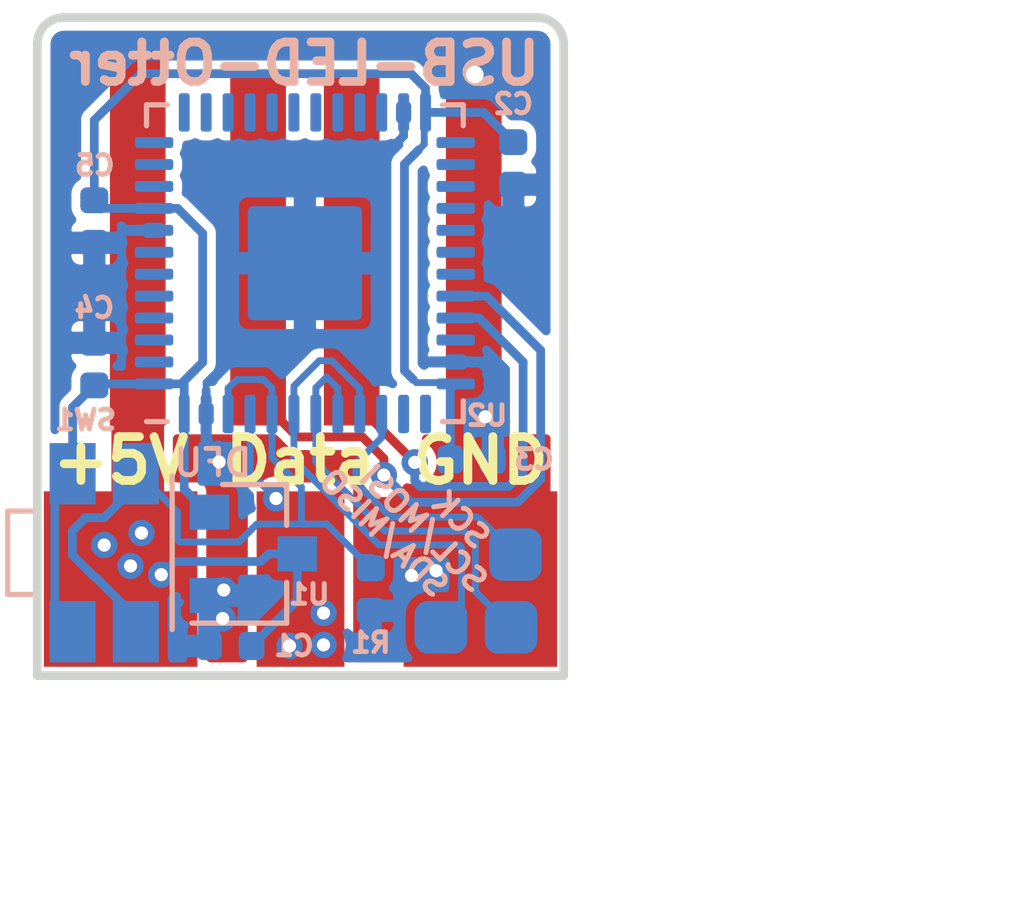
<source format=kicad_pcb>
(kicad_pcb (version 20171130) (host pcbnew 5.1.4+dfsg1-1)

  (general
    (thickness 1.6)
    (drawings 18)
    (tracks 182)
    (zones 0)
    (modules 14)
    (nets 40)
  )

  (page A4)
  (layers
    (0 F.Cu signal)
    (31 B.Cu signal)
    (32 B.Adhes user)
    (33 F.Adhes user)
    (34 B.Paste user)
    (35 F.Paste user)
    (36 B.SilkS user)
    (37 F.SilkS user)
    (38 B.Mask user)
    (39 F.Mask user hide)
    (40 Dwgs.User user)
    (41 Cmts.User user)
    (42 Eco1.User user)
    (43 Eco2.User user)
    (44 Edge.Cuts user)
    (45 Margin user)
    (46 B.CrtYd user)
    (47 F.CrtYd user)
    (48 B.Fab user hide)
    (49 F.Fab user hide)
  )

  (setup
    (last_trace_width 0.25)
    (user_trace_width 0.157)
    (user_trace_width 0.2)
    (user_trace_width 0.8)
    (user_trace_width 1)
    (user_trace_width 1.2)
    (trace_clearance 0.16)
    (zone_clearance 0.2)
    (zone_45_only yes)
    (trace_min 0.15)
    (via_size 0.6)
    (via_drill 0.3)
    (via_min_size 0.4)
    (via_min_drill 0.3)
    (user_via 0.6 0.3)
    (uvia_size 0.3)
    (uvia_drill 0.1)
    (uvias_allowed no)
    (uvia_min_size 0.2)
    (uvia_min_drill 0.1)
    (edge_width 0.15)
    (segment_width 0.2)
    (pcb_text_width 0.3)
    (pcb_text_size 1.5 1.5)
    (mod_edge_width 0.15)
    (mod_text_size 0.45 0.45)
    (mod_text_width 0.1125)
    (pad_size 1.524 1.524)
    (pad_drill 0.762)
    (pad_to_mask_clearance 0)
    (solder_mask_min_width 0.25)
    (aux_axis_origin 0 0)
    (visible_elements FFFFFF7F)
    (pcbplotparams
      (layerselection 0x010fc_ffffffff)
      (usegerberextensions true)
      (usegerberattributes false)
      (usegerberadvancedattributes false)
      (creategerberjobfile false)
      (excludeedgelayer true)
      (linewidth 0.100000)
      (plotframeref false)
      (viasonmask false)
      (mode 1)
      (useauxorigin false)
      (hpglpennumber 1)
      (hpglpenspeed 20)
      (hpglpendiameter 15.000000)
      (psnegative false)
      (psa4output false)
      (plotreference true)
      (plotvalue true)
      (plotinvisibletext false)
      (padsonsilk false)
      (subtractmaskfromsilk false)
      (outputformat 1)
      (mirror false)
      (drillshape 0)
      (scaleselection 1)
      (outputdirectory "gerber/"))
  )

  (net 0 "")
  (net 1 GND)
  (net 2 +3V3)
  (net 3 +5V)
  (net 4 "Net-(U2-Pad3)")
  (net 5 "Net-(U2-Pad4)")
  (net 6 "Net-(U2-Pad5)")
  (net 7 "Net-(U2-Pad6)")
  (net 8 "Net-(U2-Pad7)")
  (net 9 "Net-(U2-Pad10)")
  (net 10 "Net-(U2-Pad11)")
  (net 11 "Net-(U2-Pad12)")
  (net 12 "Net-(U2-Pad13)")
  (net 13 "Net-(U2-Pad14)")
  (net 14 "Net-(U2-Pad15)")
  (net 15 "Net-(U2-Pad16)")
  (net 16 "Net-(U2-Pad17)")
  (net 17 "Net-(U2-Pad18)")
  (net 18 "Net-(U2-Pad19)")
  (net 19 "Net-(U2-Pad20)")
  (net 20 "Net-(U2-Pad21)")
  (net 21 "Net-(U2-Pad22)")
  (net 22 "Net-(U2-Pad25)")
  (net 23 "Net-(U2-Pad26)")
  (net 24 "Net-(U2-Pad27)")
  (net 25 "Net-(U2-Pad28)")
  (net 26 "Net-(U2-Pad29)")
  (net 27 "Net-(U2-Pad30)")
  (net 28 "Net-(U2-Pad31)")
  (net 29 "Net-(U2-Pad38)")
  (net 30 USB_N)
  (net 31 USB_P)
  (net 32 "Net-(R1-Pad1)")
  (net 33 LED)
  (net 34 "Net-(U2-Pad2)")
  (net 35 SCL)
  (net 36 SDA)
  (net 37 SCK)
  (net 38 SWDIO)
  (net 39 SWCLK)

  (net_class Default "This is the default net class."
    (clearance 0.16)
    (trace_width 0.25)
    (via_dia 0.6)
    (via_drill 0.3)
    (uvia_dia 0.3)
    (uvia_drill 0.1)
    (diff_pair_width 0.157)
    (diff_pair_gap 0.2)
    (add_net +3V3)
    (add_net +5V)
    (add_net GND)
    (add_net LED)
    (add_net "Net-(R1-Pad1)")
    (add_net "Net-(U2-Pad10)")
    (add_net "Net-(U2-Pad11)")
    (add_net "Net-(U2-Pad12)")
    (add_net "Net-(U2-Pad13)")
    (add_net "Net-(U2-Pad14)")
    (add_net "Net-(U2-Pad15)")
    (add_net "Net-(U2-Pad16)")
    (add_net "Net-(U2-Pad17)")
    (add_net "Net-(U2-Pad18)")
    (add_net "Net-(U2-Pad19)")
    (add_net "Net-(U2-Pad2)")
    (add_net "Net-(U2-Pad20)")
    (add_net "Net-(U2-Pad21)")
    (add_net "Net-(U2-Pad22)")
    (add_net "Net-(U2-Pad25)")
    (add_net "Net-(U2-Pad26)")
    (add_net "Net-(U2-Pad27)")
    (add_net "Net-(U2-Pad28)")
    (add_net "Net-(U2-Pad29)")
    (add_net "Net-(U2-Pad3)")
    (add_net "Net-(U2-Pad30)")
    (add_net "Net-(U2-Pad31)")
    (add_net "Net-(U2-Pad38)")
    (add_net "Net-(U2-Pad4)")
    (add_net "Net-(U2-Pad5)")
    (add_net "Net-(U2-Pad6)")
    (add_net "Net-(U2-Pad7)")
    (add_net SCK)
    (add_net SCL)
    (add_net SDA)
    (add_net SWCLK)
    (add_net SWDIO)
    (add_net USB_N)
    (add_net USB_P)
  )

  (module otter:Pad_0.80.8 (layer B.Cu) (tedit 5DD29440) (tstamp 5DD30A70)
    (at 60.9 62.24)
    (path /5DD4BEB9)
    (fp_text reference J5 (at 0 1.1) (layer B.SilkS) hide
      (effects (font (size 1 1) (thickness 0.15)) (justify mirror))
    )
    (fp_text value PAD (at 0 2.1) (layer B.Fab)
      (effects (font (size 1 1) (thickness 0.15)) (justify mirror))
    )
    (pad 1 smd roundrect (at 0 0) (size 1.2 1.2) (layers B.Cu B.Paste B.Mask) (roundrect_rratio 0.25)
      (net 37 SCK))
  )

  (module otter:Pad_0.80.8 (layer B.Cu) (tedit 5DD2942F) (tstamp 5DD2F24A)
    (at 60.8 63.9)
    (path /5DD36099)
    (fp_text reference J2 (at 0 1.1) (layer B.SilkS) hide
      (effects (font (size 1 1) (thickness 0.15)) (justify mirror))
    )
    (fp_text value PAD (at 0 2.1) (layer B.Fab)
      (effects (font (size 1 1) (thickness 0.15)) (justify mirror))
    )
    (pad 1 smd roundrect (at 0 0) (size 1.2 1.2) (layers B.Cu B.Paste B.Mask) (roundrect_rratio 0.25)
      (net 35 SCL))
  )

  (module otter:Pad_0.80.8 (layer B.Cu) (tedit 5DD29405) (tstamp 5DD2F25B)
    (at 59.2 63.9)
    (path /5DD34DB2)
    (fp_text reference J4 (at 0 1.1) (layer B.SilkS) hide
      (effects (font (size 1 1) (thickness 0.15)) (justify mirror))
    )
    (fp_text value PAD (at 0 2.1) (layer B.Fab)
      (effects (font (size 1 1) (thickness 0.15)) (justify mirror))
    )
    (pad 1 smd roundrect (at 0 0) (size 1.2 1.2) (layers B.Cu B.Paste B.Mask) (roundrect_rratio 0.25)
      (net 36 SDA))
  )

  (module Button_Switch_SMD:SW_SPST_EVQP7A (layer B.Cu) (tedit 5A02FC95) (tstamp 5DCF254A)
    (at 51.525 62.2 90)
    (descr "Light Touch Switch,https://industrial.panasonic.com/cdbs/www-data/pdf/ATK0000/ATK0000CE20.pdf")
    (path /5DADA21E)
    (attr smd)
    (fp_text reference SW1 (at 3.025 -0.425 180) (layer B.SilkS)
      (effects (font (size 0.45 0.45) (thickness 0.1125)) (justify mirror))
    )
    (fp_text value DFU (at 0 -3.25 90) (layer B.Fab)
      (effects (font (size 1 1) (thickness 0.15)) (justify mirror))
    )
    (fp_text user %R (at 0 2.5 90) (layer B.Fab)
      (effects (font (size 1 1) (thickness 0.15)) (justify mirror))
    )
    (fp_line (start 0.95 -1.55) (end 0.95 -2.2) (layer B.SilkS) (width 0.12))
    (fp_line (start 0.95 -2.2) (end -0.95 -2.2) (layer B.SilkS) (width 0.12))
    (fp_line (start -0.95 -2.2) (end -0.95 -1.55) (layer B.SilkS) (width 0.12))
    (fp_line (start -0.85 -2.1) (end 0.85 -2.1) (layer B.Fab) (width 0.1))
    (fp_line (start 0.85 -2.1) (end 0.85 -1.45) (layer B.Fab) (width 0.1))
    (fp_line (start -0.85 -2.1) (end -0.85 -1.45) (layer B.Fab) (width 0.1))
    (fp_line (start -1.75 1.45) (end 1.75 1.45) (layer B.Fab) (width 0.1))
    (fp_line (start 1.75 1.45) (end 1.75 -1.45) (layer B.Fab) (width 0.1))
    (fp_line (start 1.75 -1.45) (end -1.75 -1.45) (layer B.Fab) (width 0.1))
    (fp_line (start -1.75 -1.45) (end -1.75 1.4) (layer B.Fab) (width 0.1))
    (fp_line (start -1.1 -2.35) (end -1.1 -1.7) (layer B.CrtYd) (width 0.05))
    (fp_line (start -1.1 -1.7) (end -2.75 -1.7) (layer B.CrtYd) (width 0.05))
    (fp_line (start 2.75 -1.7) (end 1.1 -1.7) (layer B.CrtYd) (width 0.05))
    (fp_line (start 1.1 -1.7) (end 1.1 -2.35) (layer B.CrtYd) (width 0.05))
    (fp_line (start -1.75 1.55) (end 1.75 1.55) (layer B.SilkS) (width 0.12))
    (fp_line (start 1.75 -1.55) (end -1.75 -1.55) (layer B.SilkS) (width 0.12))
    (fp_line (start -2.75 1.7) (end 2.75 1.7) (layer B.CrtYd) (width 0.05))
    (fp_line (start 2.75 1.7) (end 2.75 -1.7) (layer B.CrtYd) (width 0.05))
    (fp_line (start 1.1 -2.35) (end -1.1 -2.35) (layer B.CrtYd) (width 0.05))
    (fp_line (start -2.75 -1.7) (end -2.75 1.7) (layer B.CrtYd) (width 0.05))
    (pad 1 smd rect (at 1.8 0.72 90) (size 1.4 1.05) (layers B.Cu B.Paste B.Mask)
      (net 32 "Net-(R1-Pad1)"))
    (pad 1 smd rect (at -1.8 0.72 90) (size 1.4 1.05) (layers B.Cu B.Paste B.Mask)
      (net 32 "Net-(R1-Pad1)"))
    (pad 2 smd rect (at 1.8 -0.72 90) (size 1.4 1.05) (layers B.Cu B.Paste B.Mask)
      (net 2 +3V3))
    (pad 2 smd rect (at -1.8 -0.72 90) (size 1.4 1.05) (layers B.Cu B.Paste B.Mask)
      (net 2 +3V3))
    (model ${KISYS3DMOD}/Button_Switch_SMD.3dshapes/SW_SPST_EVQP7A.wrl
      (at (xyz 0 0 0))
      (scale (xyz 1 1 1))
      (rotate (xyz 0 0 0))
    )
  )

  (module Capacitor_SMD:C_0402_1005Metric (layer B.Cu) (tedit 5B301BBE) (tstamp 5DC36EBE)
    (at 54.4 64.325 180)
    (descr "Capacitor SMD 0402 (1005 Metric), square (rectangular) end terminal, IPC_7351 nominal, (Body size source: http://www.tortai-tech.com/upload/download/2011102023233369053.pdf), generated with kicad-footprint-generator")
    (tags capacitor)
    (path /5DAD8CB6)
    (attr smd)
    (fp_text reference C1 (at -1.45 0 180) (layer B.SilkS)
      (effects (font (size 0.45 0.45) (thickness 0.1125)) (justify mirror))
    )
    (fp_text value 100n (at 0 -1.17 180) (layer B.Fab)
      (effects (font (size 1 1) (thickness 0.15)) (justify mirror))
    )
    (fp_line (start -0.5 -0.25) (end -0.5 0.25) (layer B.Fab) (width 0.1))
    (fp_line (start -0.5 0.25) (end 0.5 0.25) (layer B.Fab) (width 0.1))
    (fp_line (start 0.5 0.25) (end 0.5 -0.25) (layer B.Fab) (width 0.1))
    (fp_line (start 0.5 -0.25) (end -0.5 -0.25) (layer B.Fab) (width 0.1))
    (fp_line (start -0.93 -0.47) (end -0.93 0.47) (layer B.CrtYd) (width 0.05))
    (fp_line (start -0.93 0.47) (end 0.93 0.47) (layer B.CrtYd) (width 0.05))
    (fp_line (start 0.93 0.47) (end 0.93 -0.47) (layer B.CrtYd) (width 0.05))
    (fp_line (start 0.93 -0.47) (end -0.93 -0.47) (layer B.CrtYd) (width 0.05))
    (fp_text user %R (at 0 0 180) (layer B.Fab)
      (effects (font (size 0.25 0.25) (thickness 0.04)) (justify mirror))
    )
    (pad 1 smd roundrect (at -0.485 0 180) (size 0.59 0.64) (layers B.Cu B.Paste B.Mask) (roundrect_rratio 0.25)
      (net 3 +5V))
    (pad 2 smd roundrect (at 0.485 0 180) (size 0.59 0.64) (layers B.Cu B.Paste B.Mask) (roundrect_rratio 0.25)
      (net 1 GND))
    (model ${KISYS3DMOD}/Capacitor_SMD.3dshapes/C_0402_1005Metric.wrl
      (at (xyz 0 0 0))
      (scale (xyz 1 1 1))
      (rotate (xyz 0 0 0))
    )
  )

  (module otter:LED-Strip (layer F.Cu) (tedit 5DB5BFBA) (tstamp 5DC34326)
    (at 56 64.8)
    (path /5DB5BEC7)
    (fp_text reference J3 (at 0 -3.5) (layer F.SilkS) hide
      (effects (font (size 0.45 0.45) (thickness 0.1125)))
    )
    (fp_text value LED (at 0 -4.5) (layer F.Fab)
      (effects (font (size 1 1) (thickness 0.15)))
    )
    (pad 1 smd rect (at -4.1 -2) (size 3.5 4) (layers F.Cu F.Paste F.Mask)
      (net 3 +5V))
    (pad 3 smd rect (at 4.1 -2) (size 3.5 4) (layers F.Cu F.Paste F.Mask)
      (net 1 GND))
    (pad 2 smd rect (at 0 -2) (size 2 4) (layers F.Cu F.Paste F.Mask)
      (net 33 LED))
  )

  (module otter:USBPCB (layer F.Cu) (tedit 5DB5BF72) (tstamp 5DCF3FE3)
    (at 56.1 63.3)
    (path /5DAD9105)
    (fp_text reference J1 (at -0.1 -14.05) (layer F.SilkS) hide
      (effects (font (size 0.45 0.45) (thickness 0.1125)))
    )
    (fp_text value USB (at -0.1 -9.8) (layer F.Fab)
      (effects (font (size 1 1) (thickness 0.15)))
    )
    (fp_line (start -6.1 0) (end -6.1 -13.3) (layer Eco1.User) (width 0.1))
    (fp_line (start 5.9 -13.3) (end 5.9 0) (layer Eco1.User) (width 0.1))
    (fp_line (start -0.1 -13.3) (end 5.9 -13.3) (layer Eco1.User) (width 0.1))
    (fp_line (start -0.1 -13.3) (end -6.1 -13.3) (layer Eco1.User) (width 0.1))
    (pad 3 smd rect (at 1.067 -8) (size 1.27 8) (layers F.Cu F.Paste F.Mask)
      (net 31 USB_P))
    (pad 2 smd rect (at -1.067 -8) (size 1.27 8) (layers F.Cu F.Paste F.Mask)
      (net 30 USB_N))
    (pad 4 smd rect (at 3.85 -8.35) (size 1.27 8.7) (layers F.Cu F.Paste F.Mask)
      (net 1 GND))
    (pad 1 smd rect (at -3.81 -8.35) (size 1.27 8.7) (layers F.Cu F.Paste F.Mask)
      (net 3 +5V))
    (model "home/janhenrik/go-elinux/onWheel/onwheel-button-2-pcb/back_pcb/USB Onboard/USB Onboard.step"
      (offset (xyz -6.75 3.5 2.55))
      (scale (xyz 1 1 1))
      (rotate (xyz -90 0 0))
    )
  )

  (module otter:QFN-48-1EP_7x7mm_P0.5mm_EP2.6x2.6mm (layer B.Cu) (tedit 5DAD8974) (tstamp 5DD26506)
    (at 56.1 55.6)
    (descr "QFN, 48 Pin (http://www.st.com/resource/en/datasheet/stm32f042k6.pdf#page=94), generated with kicad-footprint-generator ipc_dfn_qfn_generator.py")
    (tags "QFN DFN_QFN")
    (path /5DAD86AD)
    (attr smd)
    (fp_text reference U2 (at 4.15 3.475) (layer B.SilkS)
      (effects (font (size 0.45 0.45) (thickness 0.1125)) (justify mirror))
    )
    (fp_text value STM32F072C8Ux (at 0 -4.82) (layer B.Fab)
      (effects (font (size 1 1) (thickness 0.15)) (justify mirror))
    )
    (fp_line (start 3.135 3.61) (end 3.61 3.61) (layer B.SilkS) (width 0.12))
    (fp_line (start 3.61 3.61) (end 3.61 3.135) (layer B.SilkS) (width 0.12))
    (fp_line (start -3.135 -3.61) (end -3.61 -3.61) (layer B.SilkS) (width 0.12))
    (fp_line (start -3.61 -3.61) (end -3.61 -3.135) (layer B.SilkS) (width 0.12))
    (fp_line (start 3.135 -3.61) (end 3.61 -3.61) (layer B.SilkS) (width 0.12))
    (fp_line (start 3.61 -3.61) (end 3.61 -3.135) (layer B.SilkS) (width 0.12))
    (fp_line (start -3.135 3.61) (end -3.61 3.61) (layer B.SilkS) (width 0.12))
    (fp_line (start -2.5 3.5) (end 3.5 3.5) (layer B.Fab) (width 0.1))
    (fp_line (start 3.5 3.5) (end 3.5 -3.5) (layer B.Fab) (width 0.1))
    (fp_line (start 3.5 -3.5) (end -3.5 -3.5) (layer B.Fab) (width 0.1))
    (fp_line (start -3.5 -3.5) (end -3.5 2.5) (layer B.Fab) (width 0.1))
    (fp_line (start -3.5 2.5) (end -2.5 3.5) (layer B.Fab) (width 0.1))
    (fp_line (start -4.12 4.12) (end -4.12 -4.12) (layer B.CrtYd) (width 0.05))
    (fp_line (start -4.12 -4.12) (end 4.12 -4.12) (layer B.CrtYd) (width 0.05))
    (fp_line (start 4.12 -4.12) (end 4.12 4.12) (layer B.CrtYd) (width 0.05))
    (fp_line (start 4.12 4.12) (end -4.12 4.12) (layer B.CrtYd) (width 0.05))
    (fp_text user %R (at 0 0) (layer B.Fab)
      (effects (font (size 1 1) (thickness 0.15)) (justify mirror))
    )
    (pad 49 smd roundrect (at 0 0) (size 2.6 2.6) (layers B.Cu B.Mask) (roundrect_rratio 0.045)
      (net 1 GND))
    (pad "" smd roundrect (at -0.7 0.7) (size 1.13 1.13) (layers B.Paste) (roundrect_rratio 0.221239))
    (pad "" smd roundrect (at -0.7 -0.7) (size 1.13 1.13) (layers B.Paste) (roundrect_rratio 0.221239))
    (pad "" smd roundrect (at 0.7 0.7) (size 1.13 1.13) (layers B.Paste) (roundrect_rratio 0.221239))
    (pad "" smd roundrect (at 0.7 -0.7) (size 1.13 1.13) (layers B.Paste) (roundrect_rratio 0.221239))
    (pad 1 smd roundrect (at -3.4375 2.75) (size 0.875 0.25) (layers B.Cu B.Paste B.Mask) (roundrect_rratio 0.25)
      (net 2 +3V3))
    (pad 2 smd roundrect (at -3.4375 2.25) (size 0.875 0.25) (layers B.Cu B.Paste B.Mask) (roundrect_rratio 0.25)
      (net 34 "Net-(U2-Pad2)"))
    (pad 3 smd roundrect (at -3.4375 1.75) (size 0.875 0.25) (layers B.Cu B.Paste B.Mask) (roundrect_rratio 0.25)
      (net 4 "Net-(U2-Pad3)"))
    (pad 4 smd roundrect (at -3.4375 1.25) (size 0.875 0.25) (layers B.Cu B.Paste B.Mask) (roundrect_rratio 0.25)
      (net 5 "Net-(U2-Pad4)"))
    (pad 5 smd roundrect (at -3.4375 0.75) (size 0.875 0.25) (layers B.Cu B.Paste B.Mask) (roundrect_rratio 0.25)
      (net 6 "Net-(U2-Pad5)"))
    (pad 6 smd roundrect (at -3.4375 0.25) (size 0.875 0.25) (layers B.Cu B.Paste B.Mask) (roundrect_rratio 0.25)
      (net 7 "Net-(U2-Pad6)"))
    (pad 7 smd roundrect (at -3.4375 -0.25) (size 0.875 0.25) (layers B.Cu B.Paste B.Mask) (roundrect_rratio 0.25)
      (net 8 "Net-(U2-Pad7)"))
    (pad 8 smd roundrect (at -3.4375 -0.75) (size 0.875 0.25) (layers B.Cu B.Paste B.Mask) (roundrect_rratio 0.25)
      (net 1 GND))
    (pad 9 smd roundrect (at -3.4375 -1.25) (size 0.875 0.25) (layers B.Cu B.Paste B.Mask) (roundrect_rratio 0.25)
      (net 2 +3V3))
    (pad 10 smd roundrect (at -3.4375 -1.75) (size 0.875 0.25) (layers B.Cu B.Paste B.Mask) (roundrect_rratio 0.25)
      (net 9 "Net-(U2-Pad10)"))
    (pad 11 smd roundrect (at -3.4375 -2.25) (size 0.875 0.25) (layers B.Cu B.Paste B.Mask) (roundrect_rratio 0.25)
      (net 10 "Net-(U2-Pad11)"))
    (pad 12 smd roundrect (at -3.4375 -2.75) (size 0.875 0.25) (layers B.Cu B.Paste B.Mask) (roundrect_rratio 0.25)
      (net 11 "Net-(U2-Pad12)"))
    (pad 13 smd roundrect (at -2.75 -3.4375) (size 0.25 0.875) (layers B.Cu B.Paste B.Mask) (roundrect_rratio 0.25)
      (net 12 "Net-(U2-Pad13)"))
    (pad 14 smd roundrect (at -2.25 -3.4375) (size 0.25 0.875) (layers B.Cu B.Paste B.Mask) (roundrect_rratio 0.25)
      (net 13 "Net-(U2-Pad14)"))
    (pad 15 smd roundrect (at -1.75 -3.4375) (size 0.25 0.875) (layers B.Cu B.Paste B.Mask) (roundrect_rratio 0.25)
      (net 14 "Net-(U2-Pad15)"))
    (pad 16 smd roundrect (at -1.25 -3.4375) (size 0.25 0.875) (layers B.Cu B.Paste B.Mask) (roundrect_rratio 0.25)
      (net 15 "Net-(U2-Pad16)"))
    (pad 17 smd roundrect (at -0.75 -3.4375) (size 0.25 0.875) (layers B.Cu B.Paste B.Mask) (roundrect_rratio 0.25)
      (net 16 "Net-(U2-Pad17)"))
    (pad 18 smd roundrect (at -0.25 -3.4375) (size 0.25 0.875) (layers B.Cu B.Paste B.Mask) (roundrect_rratio 0.25)
      (net 17 "Net-(U2-Pad18)"))
    (pad 19 smd roundrect (at 0.25 -3.4375) (size 0.25 0.875) (layers B.Cu B.Paste B.Mask) (roundrect_rratio 0.25)
      (net 18 "Net-(U2-Pad19)"))
    (pad 20 smd roundrect (at 0.75 -3.4375) (size 0.25 0.875) (layers B.Cu B.Paste B.Mask) (roundrect_rratio 0.25)
      (net 19 "Net-(U2-Pad20)"))
    (pad 21 smd roundrect (at 1.25 -3.4375) (size 0.25 0.875) (layers B.Cu B.Paste B.Mask) (roundrect_rratio 0.25)
      (net 20 "Net-(U2-Pad21)"))
    (pad 22 smd roundrect (at 1.75 -3.4375) (size 0.25 0.875) (layers B.Cu B.Paste B.Mask) (roundrect_rratio 0.25)
      (net 21 "Net-(U2-Pad22)"))
    (pad 23 smd roundrect (at 2.25 -3.4375) (size 0.25 0.875) (layers B.Cu B.Paste B.Mask) (roundrect_rratio 0.25)
      (net 1 GND))
    (pad 24 smd roundrect (at 2.75 -3.4375) (size 0.25 0.875) (layers B.Cu B.Paste B.Mask) (roundrect_rratio 0.25)
      (net 2 +3V3))
    (pad 25 smd roundrect (at 3.4375 -2.75) (size 0.875 0.25) (layers B.Cu B.Paste B.Mask) (roundrect_rratio 0.25)
      (net 22 "Net-(U2-Pad25)"))
    (pad 26 smd roundrect (at 3.4375 -2.25) (size 0.875 0.25) (layers B.Cu B.Paste B.Mask) (roundrect_rratio 0.25)
      (net 23 "Net-(U2-Pad26)"))
    (pad 27 smd roundrect (at 3.4375 -1.75) (size 0.875 0.25) (layers B.Cu B.Paste B.Mask) (roundrect_rratio 0.25)
      (net 24 "Net-(U2-Pad27)"))
    (pad 28 smd roundrect (at 3.4375 -1.25) (size 0.875 0.25) (layers B.Cu B.Paste B.Mask) (roundrect_rratio 0.25)
      (net 25 "Net-(U2-Pad28)"))
    (pad 29 smd roundrect (at 3.4375 -0.75) (size 0.875 0.25) (layers B.Cu B.Paste B.Mask) (roundrect_rratio 0.25)
      (net 26 "Net-(U2-Pad29)"))
    (pad 30 smd roundrect (at 3.4375 -0.25) (size 0.875 0.25) (layers B.Cu B.Paste B.Mask) (roundrect_rratio 0.25)
      (net 27 "Net-(U2-Pad30)"))
    (pad 31 smd roundrect (at 3.4375 0.25) (size 0.875 0.25) (layers B.Cu B.Paste B.Mask) (roundrect_rratio 0.25)
      (net 28 "Net-(U2-Pad31)"))
    (pad 32 smd roundrect (at 3.4375 0.75) (size 0.875 0.25) (layers B.Cu B.Paste B.Mask) (roundrect_rratio 0.25)
      (net 30 USB_N))
    (pad 33 smd roundrect (at 3.4375 1.25) (size 0.875 0.25) (layers B.Cu B.Paste B.Mask) (roundrect_rratio 0.25)
      (net 31 USB_P))
    (pad 34 smd roundrect (at 3.4375 1.75) (size 0.875 0.25) (layers B.Cu B.Paste B.Mask) (roundrect_rratio 0.25)
      (net 38 SWDIO))
    (pad 35 smd roundrect (at 3.4375 2.25) (size 0.875 0.25) (layers B.Cu B.Paste B.Mask) (roundrect_rratio 0.25)
      (net 1 GND))
    (pad 36 smd roundrect (at 3.4375 2.75) (size 0.875 0.25) (layers B.Cu B.Paste B.Mask) (roundrect_rratio 0.25)
      (net 2 +3V3))
    (pad 37 smd roundrect (at 2.75 3.4375) (size 0.25 0.875) (layers B.Cu B.Paste B.Mask) (roundrect_rratio 0.25)
      (net 39 SWCLK))
    (pad 38 smd roundrect (at 2.25 3.4375) (size 0.25 0.875) (layers B.Cu B.Paste B.Mask) (roundrect_rratio 0.25)
      (net 29 "Net-(U2-Pad38)"))
    (pad 39 smd roundrect (at 1.75 3.4375) (size 0.25 0.875) (layers B.Cu B.Paste B.Mask) (roundrect_rratio 0.25)
      (net 37 SCK))
    (pad 40 smd roundrect (at 1.25 3.4375) (size 0.25 0.875) (layers B.Cu B.Paste B.Mask) (roundrect_rratio 0.25)
      (net 36 SDA))
    (pad 41 smd roundrect (at 0.75 3.4375) (size 0.25 0.875) (layers B.Cu B.Paste B.Mask) (roundrect_rratio 0.25)
      (net 35 SCL))
    (pad 42 smd roundrect (at 0.25 3.4375) (size 0.25 0.875) (layers B.Cu B.Paste B.Mask) (roundrect_rratio 0.25)
      (net 35 SCL))
    (pad 43 smd roundrect (at -0.25 3.4375) (size 0.25 0.875) (layers B.Cu B.Paste B.Mask) (roundrect_rratio 0.25)
      (net 36 SDA))
    (pad 44 smd roundrect (at -0.75 3.4375) (size 0.25 0.875) (layers B.Cu B.Paste B.Mask) (roundrect_rratio 0.25)
      (net 32 "Net-(R1-Pad1)"))
    (pad 45 smd roundrect (at -1.25 3.4375) (size 0.25 0.875) (layers B.Cu B.Paste B.Mask) (roundrect_rratio 0.25)
      (net 33 LED))
    (pad 46 smd roundrect (at -1.75 3.4375) (size 0.25 0.875) (layers B.Cu B.Paste B.Mask) (roundrect_rratio 0.25)
      (net 32 "Net-(R1-Pad1)"))
    (pad 47 smd roundrect (at -2.25 3.4375) (size 0.25 0.875) (layers B.Cu B.Paste B.Mask) (roundrect_rratio 0.25)
      (net 1 GND))
    (pad 48 smd roundrect (at -2.75 3.4375) (size 0.25 0.875) (layers B.Cu B.Paste B.Mask) (roundrect_rratio 0.25)
      (net 2 +3V3))
    (model ${KISYS3DMOD}/Package_DFN_QFN.3dshapes/QFN-48-1EP_7x7mm_P0.5mm_EP5.6x5.6mm.wrl
      (at (xyz 0 0 0))
      (scale (xyz 1 1 1))
      (rotate (xyz 0 0 0))
    )
  )

  (module Capacitor_SMD:C_0402_1005Metric (layer B.Cu) (tedit 5B301BBE) (tstamp 5DD25DD8)
    (at 51.3 54.65 270)
    (descr "Capacitor SMD 0402 (1005 Metric), square (rectangular) end terminal, IPC_7351 nominal, (Body size source: http://www.tortai-tech.com/upload/download/2011102023233369053.pdf), generated with kicad-footprint-generator")
    (tags capacitor)
    (path /5DADA938)
    (attr smd)
    (fp_text reference C5 (at -1.28 -0.01) (layer B.SilkS)
      (effects (font (size 0.45 0.45) (thickness 0.1125)) (justify mirror))
    )
    (fp_text value 100n (at 0 -1.17 270) (layer B.Fab)
      (effects (font (size 1 1) (thickness 0.15)) (justify mirror))
    )
    (fp_line (start -0.5 -0.25) (end -0.5 0.25) (layer B.Fab) (width 0.1))
    (fp_line (start -0.5 0.25) (end 0.5 0.25) (layer B.Fab) (width 0.1))
    (fp_line (start 0.5 0.25) (end 0.5 -0.25) (layer B.Fab) (width 0.1))
    (fp_line (start 0.5 -0.25) (end -0.5 -0.25) (layer B.Fab) (width 0.1))
    (fp_line (start -0.93 -0.47) (end -0.93 0.47) (layer B.CrtYd) (width 0.05))
    (fp_line (start -0.93 0.47) (end 0.93 0.47) (layer B.CrtYd) (width 0.05))
    (fp_line (start 0.93 0.47) (end 0.93 -0.47) (layer B.CrtYd) (width 0.05))
    (fp_line (start 0.93 -0.47) (end -0.93 -0.47) (layer B.CrtYd) (width 0.05))
    (fp_text user %R (at 0 0 270) (layer B.Fab)
      (effects (font (size 0.25 0.25) (thickness 0.04)) (justify mirror))
    )
    (pad 1 smd roundrect (at -0.485 0 270) (size 0.59 0.64) (layers B.Cu B.Paste B.Mask) (roundrect_rratio 0.25)
      (net 2 +3V3))
    (pad 2 smd roundrect (at 0.485 0 270) (size 0.59 0.64) (layers B.Cu B.Paste B.Mask) (roundrect_rratio 0.25)
      (net 1 GND))
    (model ${KISYS3DMOD}/Capacitor_SMD.3dshapes/C_0402_1005Metric.wrl
      (at (xyz 0 0 0))
      (scale (xyz 1 1 1))
      (rotate (xyz 0 0 0))
    )
  )

  (module Capacitor_SMD:C_0402_1005Metric (layer B.Cu) (tedit 5B301BBE) (tstamp 5DD25DC9)
    (at 51.3 57.9 90)
    (descr "Capacitor SMD 0402 (1005 Metric), square (rectangular) end terminal, IPC_7351 nominal, (Body size source: http://www.tortai-tech.com/upload/download/2011102023233369053.pdf), generated with kicad-footprint-generator")
    (tags capacitor)
    (path /5DADAA7A)
    (attr smd)
    (fp_text reference C4 (at 1.28 0 180) (layer B.SilkS)
      (effects (font (size 0.45 0.45) (thickness 0.1125)) (justify mirror))
    )
    (fp_text value 100n (at 0 -1.17 90) (layer B.Fab)
      (effects (font (size 1 1) (thickness 0.15)) (justify mirror))
    )
    (fp_text user %R (at 0 0 90) (layer B.Fab)
      (effects (font (size 0.25 0.25) (thickness 0.04)) (justify mirror))
    )
    (fp_line (start 0.93 -0.47) (end -0.93 -0.47) (layer B.CrtYd) (width 0.05))
    (fp_line (start 0.93 0.47) (end 0.93 -0.47) (layer B.CrtYd) (width 0.05))
    (fp_line (start -0.93 0.47) (end 0.93 0.47) (layer B.CrtYd) (width 0.05))
    (fp_line (start -0.93 -0.47) (end -0.93 0.47) (layer B.CrtYd) (width 0.05))
    (fp_line (start 0.5 -0.25) (end -0.5 -0.25) (layer B.Fab) (width 0.1))
    (fp_line (start 0.5 0.25) (end 0.5 -0.25) (layer B.Fab) (width 0.1))
    (fp_line (start -0.5 0.25) (end 0.5 0.25) (layer B.Fab) (width 0.1))
    (fp_line (start -0.5 -0.25) (end -0.5 0.25) (layer B.Fab) (width 0.1))
    (pad 2 smd roundrect (at 0.485 0 90) (size 0.59 0.64) (layers B.Cu B.Paste B.Mask) (roundrect_rratio 0.25)
      (net 1 GND))
    (pad 1 smd roundrect (at -0.485 0 90) (size 0.59 0.64) (layers B.Cu B.Paste B.Mask) (roundrect_rratio 0.25)
      (net 2 +3V3))
    (model ${KISYS3DMOD}/Capacitor_SMD.3dshapes/C_0402_1005Metric.wrl
      (at (xyz 0 0 0))
      (scale (xyz 1 1 1))
      (rotate (xyz 0 0 0))
    )
  )

  (module Capacitor_SMD:C_0402_1005Metric (layer B.Cu) (tedit 5B301BBE) (tstamp 5DD25DBA)
    (at 59.9 60.075)
    (descr "Capacitor SMD 0402 (1005 Metric), square (rectangular) end terminal, IPC_7351 nominal, (Body size source: http://www.tortai-tech.com/upload/download/2011102023233369053.pdf), generated with kicad-footprint-generator")
    (tags capacitor)
    (path /5DADABCA)
    (attr smd)
    (fp_text reference C3 (at 1.425 0) (layer B.SilkS)
      (effects (font (size 0.45 0.45) (thickness 0.1125)) (justify mirror))
    )
    (fp_text value 100n (at 0 -1.17) (layer B.Fab)
      (effects (font (size 1 1) (thickness 0.15)) (justify mirror))
    )
    (fp_line (start -0.5 -0.25) (end -0.5 0.25) (layer B.Fab) (width 0.1))
    (fp_line (start -0.5 0.25) (end 0.5 0.25) (layer B.Fab) (width 0.1))
    (fp_line (start 0.5 0.25) (end 0.5 -0.25) (layer B.Fab) (width 0.1))
    (fp_line (start 0.5 -0.25) (end -0.5 -0.25) (layer B.Fab) (width 0.1))
    (fp_line (start -0.93 -0.47) (end -0.93 0.47) (layer B.CrtYd) (width 0.05))
    (fp_line (start -0.93 0.47) (end 0.93 0.47) (layer B.CrtYd) (width 0.05))
    (fp_line (start 0.93 0.47) (end 0.93 -0.47) (layer B.CrtYd) (width 0.05))
    (fp_line (start 0.93 -0.47) (end -0.93 -0.47) (layer B.CrtYd) (width 0.05))
    (fp_text user %R (at 0 0) (layer B.Fab)
      (effects (font (size 0.25 0.25) (thickness 0.04)) (justify mirror))
    )
    (pad 1 smd roundrect (at -0.485 0) (size 0.59 0.64) (layers B.Cu B.Paste B.Mask) (roundrect_rratio 0.25)
      (net 2 +3V3))
    (pad 2 smd roundrect (at 0.485 0) (size 0.59 0.64) (layers B.Cu B.Paste B.Mask) (roundrect_rratio 0.25)
      (net 1 GND))
    (model ${KISYS3DMOD}/Capacitor_SMD.3dshapes/C_0402_1005Metric.wrl
      (at (xyz 0 0 0))
      (scale (xyz 1 1 1))
      (rotate (xyz 0 0 0))
    )
  )

  (module Resistor_SMD:R_0402_1005Metric (layer B.Cu) (tedit 5B301BBD) (tstamp 5DD25CA1)
    (at 57.6 63.04 270)
    (descr "Resistor SMD 0402 (1005 Metric), square (rectangular) end terminal, IPC_7351 nominal, (Body size source: http://www.tortai-tech.com/upload/download/2011102023233369053.pdf), generated with kicad-footprint-generator")
    (tags resistor)
    (path /5DAD9A6F)
    (attr smd)
    (fp_text reference R1 (at 1.21 0) (layer B.SilkS)
      (effects (font (size 0.45 0.45) (thickness 0.1125)) (justify mirror))
    )
    (fp_text value 10k (at 0 -1.17 270) (layer B.Fab)
      (effects (font (size 1 1) (thickness 0.15)) (justify mirror))
    )
    (fp_line (start -0.5 -0.25) (end -0.5 0.25) (layer B.Fab) (width 0.1))
    (fp_line (start -0.5 0.25) (end 0.5 0.25) (layer B.Fab) (width 0.1))
    (fp_line (start 0.5 0.25) (end 0.5 -0.25) (layer B.Fab) (width 0.1))
    (fp_line (start 0.5 -0.25) (end -0.5 -0.25) (layer B.Fab) (width 0.1))
    (fp_line (start -0.93 -0.47) (end -0.93 0.47) (layer B.CrtYd) (width 0.05))
    (fp_line (start -0.93 0.47) (end 0.93 0.47) (layer B.CrtYd) (width 0.05))
    (fp_line (start 0.93 0.47) (end 0.93 -0.47) (layer B.CrtYd) (width 0.05))
    (fp_line (start 0.93 -0.47) (end -0.93 -0.47) (layer B.CrtYd) (width 0.05))
    (fp_text user %R (at 0 0 270) (layer B.Fab)
      (effects (font (size 0.25 0.25) (thickness 0.04)) (justify mirror))
    )
    (pad 1 smd roundrect (at -0.485 0 270) (size 0.59 0.64) (layers B.Cu B.Paste B.Mask) (roundrect_rratio 0.25)
      (net 32 "Net-(R1-Pad1)"))
    (pad 2 smd roundrect (at 0.485 0 270) (size 0.59 0.64) (layers B.Cu B.Paste B.Mask) (roundrect_rratio 0.25)
      (net 1 GND))
    (model ${KISYS3DMOD}/Resistor_SMD.3dshapes/R_0402_1005Metric.wrl
      (at (xyz 0 0 0))
      (scale (xyz 1 1 1))
      (rotate (xyz 0 0 0))
    )
  )

  (module Capacitor_SMD:C_0402_1005Metric (layer B.Cu) (tedit 5B301BBE) (tstamp 5DBADE9D)
    (at 60.85 53.325 270)
    (descr "Capacitor SMD 0402 (1005 Metric), square (rectangular) end terminal, IPC_7351 nominal, (Body size source: http://www.tortai-tech.com/upload/download/2011102023233369053.pdf), generated with kicad-footprint-generator")
    (tags capacitor)
    (path /5DAD8CF1)
    (attr smd)
    (fp_text reference C2 (at -1.355 0) (layer B.SilkS)
      (effects (font (size 0.45 0.45) (thickness 0.1125)) (justify mirror))
    )
    (fp_text value 100n (at 0 -1.17 270) (layer B.Fab)
      (effects (font (size 1 1) (thickness 0.15)) (justify mirror))
    )
    (fp_text user %R (at 0 0 270) (layer B.Fab)
      (effects (font (size 0.25 0.25) (thickness 0.04)) (justify mirror))
    )
    (fp_line (start 0.93 -0.47) (end -0.93 -0.47) (layer B.CrtYd) (width 0.05))
    (fp_line (start 0.93 0.47) (end 0.93 -0.47) (layer B.CrtYd) (width 0.05))
    (fp_line (start -0.93 0.47) (end 0.93 0.47) (layer B.CrtYd) (width 0.05))
    (fp_line (start -0.93 -0.47) (end -0.93 0.47) (layer B.CrtYd) (width 0.05))
    (fp_line (start 0.5 -0.25) (end -0.5 -0.25) (layer B.Fab) (width 0.1))
    (fp_line (start 0.5 0.25) (end 0.5 -0.25) (layer B.Fab) (width 0.1))
    (fp_line (start -0.5 0.25) (end 0.5 0.25) (layer B.Fab) (width 0.1))
    (fp_line (start -0.5 -0.25) (end -0.5 0.25) (layer B.Fab) (width 0.1))
    (pad 2 smd roundrect (at 0.485 0 270) (size 0.59 0.64) (layers B.Cu B.Paste B.Mask) (roundrect_rratio 0.25)
      (net 1 GND))
    (pad 1 smd roundrect (at -0.485 0 270) (size 0.59 0.64) (layers B.Cu B.Paste B.Mask) (roundrect_rratio 0.25)
      (net 2 +3V3))
    (model ${KISYS3DMOD}/Capacitor_SMD.3dshapes/C_0402_1005Metric.wrl
      (at (xyz 0 0 0))
      (scale (xyz 1 1 1))
      (rotate (xyz 0 0 0))
    )
  )

  (module Package_TO_SOT_SMD:SOT-23 (layer B.Cu) (tedit 5A02FF57) (tstamp 5DBADE29)
    (at 54.925 62.225)
    (descr "SOT-23, Standard")
    (tags SOT-23)
    (path /5DAD890C)
    (attr smd)
    (fp_text reference U1 (at 1.275 0.925) (layer B.SilkS)
      (effects (font (size 0.45 0.45) (thickness 0.1125)) (justify mirror))
    )
    (fp_text value MCP1700-3302E_SOT23 (at 0 -2.5) (layer B.Fab)
      (effects (font (size 1 1) (thickness 0.15)) (justify mirror))
    )
    (fp_text user %R (at 0 0 -90) (layer B.Fab)
      (effects (font (size 0.5 0.5) (thickness 0.075)) (justify mirror))
    )
    (fp_line (start -0.7 0.95) (end -0.7 -1.5) (layer B.Fab) (width 0.1))
    (fp_line (start -0.15 1.52) (end 0.7 1.52) (layer B.Fab) (width 0.1))
    (fp_line (start -0.7 0.95) (end -0.15 1.52) (layer B.Fab) (width 0.1))
    (fp_line (start 0.7 1.52) (end 0.7 -1.52) (layer B.Fab) (width 0.1))
    (fp_line (start -0.7 -1.52) (end 0.7 -1.52) (layer B.Fab) (width 0.1))
    (fp_line (start 0.76 -1.58) (end 0.76 -0.65) (layer B.SilkS) (width 0.12))
    (fp_line (start 0.76 1.58) (end 0.76 0.65) (layer B.SilkS) (width 0.12))
    (fp_line (start -1.7 1.75) (end 1.7 1.75) (layer B.CrtYd) (width 0.05))
    (fp_line (start 1.7 1.75) (end 1.7 -1.75) (layer B.CrtYd) (width 0.05))
    (fp_line (start 1.7 -1.75) (end -1.7 -1.75) (layer B.CrtYd) (width 0.05))
    (fp_line (start -1.7 -1.75) (end -1.7 1.75) (layer B.CrtYd) (width 0.05))
    (fp_line (start 0.76 1.58) (end -1.4 1.58) (layer B.SilkS) (width 0.12))
    (fp_line (start 0.76 -1.58) (end -0.7 -1.58) (layer B.SilkS) (width 0.12))
    (pad 1 smd rect (at -1 0.95) (size 0.9 0.8) (layers B.Cu B.Paste B.Mask)
      (net 1 GND))
    (pad 2 smd rect (at -1 -0.95) (size 0.9 0.8) (layers B.Cu B.Paste B.Mask)
      (net 2 +3V3))
    (pad 3 smd rect (at 1 0) (size 0.9 0.8) (layers B.Cu B.Paste B.Mask)
      (net 3 +5V))
    (model ${KISYS3DMOD}/Package_TO_SOT_SMD.3dshapes/SOT-23.wrl
      (at (xyz 0 0 0))
      (scale (xyz 1 1 1))
      (rotate (xyz 0 0 0))
    )
  )

  (dimension 12 (width 0.15) (layer Eco1.User)
    (gr_text "12,000 mm" (at 56 70.95) (layer Eco1.User)
      (effects (font (size 1 1) (thickness 0.15)))
    )
    (feature1 (pts (xy 50 65) (xy 50 70.236421)))
    (feature2 (pts (xy 62 65) (xy 62 70.236421)))
    (crossbar (pts (xy 62 69.65) (xy 50 69.65)))
    (arrow1a (pts (xy 50 69.65) (xy 51.126504 69.063579)))
    (arrow1b (pts (xy 50 69.65) (xy 51.126504 70.236421)))
    (arrow2a (pts (xy 62 69.65) (xy 60.873496 69.063579)))
    (arrow2b (pts (xy 62 69.65) (xy 60.873496 70.236421)))
  )
  (dimension 15 (width 0.15) (layer Eco1.User)
    (gr_text "15,000 mm" (at 71.15 57.5 90) (layer Eco1.User)
      (effects (font (size 1 1) (thickness 0.15)))
    )
    (feature1 (pts (xy 62 50) (xy 70.436421 50)))
    (feature2 (pts (xy 62 65) (xy 70.436421 65)))
    (crossbar (pts (xy 69.85 65) (xy 69.85 50)))
    (arrow1a (pts (xy 69.85 50) (xy 70.436421 51.126504)))
    (arrow1b (pts (xy 69.85 50) (xy 69.263579 51.126504)))
    (arrow2a (pts (xy 69.85 65) (xy 70.436421 63.873496)))
    (arrow2b (pts (xy 69.85 65) (xy 69.263579 63.873496)))
  )
  (gr_text DFU (at 54 60.15) (layer B.SilkS)
    (effects (font (size 0.6 0.6) (thickness 0.1125)) (justify mirror))
  )
  (gr_text SCK (at 59.65 61.45 315) (layer B.SilkS)
    (effects (font (size 0.5 0.5) (thickness 0.1125)) (justify mirror))
  )
  (gr_text "SCL/MOSI\n" (at 58.8 61.65 315) (layer B.SilkS)
    (effects (font (size 0.5 0.5) (thickness 0.1125)) (justify mirror))
  )
  (gr_text SDA/MISO (at 57.9 61.75 315) (layer B.SilkS)
    (effects (font (size 0.5 0.5) (thickness 0.1125)) (justify mirror))
  )
  (gr_text USB-LED-Otter (at 56.09 51.05) (layer B.SilkS)
    (effects (font (size 0.9 0.9) (thickness 0.2)) (justify mirror))
  )
  (gr_text "GND\n" (at 60.1 60.1) (layer F.SilkS) (tstamp 5DCF66D6)
    (effects (font (size 1 1) (thickness 0.2)))
  )
  (gr_text Data (at 56 60.1) (layer F.SilkS) (tstamp 5DCF66D6)
    (effects (font (size 1 1) (thickness 0.2)))
  )
  (gr_text +5V (at 51.9 60.1) (layer F.SilkS)
    (effects (font (size 1 1) (thickness 0.2)))
  )
  (gr_poly (pts (xy 63 49) (xy 63 59.25) (xy 49.5 59.25) (xy 49.5 49)) (layer F.Mask) (width 0.15))
  (gr_arc (start 50.6 50.6) (end 50.6 50) (angle -90) (layer Edge.Cuts) (width 0.2) (tstamp 5DC34B69))
  (gr_arc (start 61.4 50.6) (end 62 50.6) (angle -90) (layer Edge.Cuts) (width 0.2))
  (gr_line (start 62.4 59.2) (end 49.44 59.2) (layer Eco1.User) (width 0.2))
  (gr_line (start 61.4 50) (end 50.6 50) (layer Edge.Cuts) (width 0.2))
  (gr_line (start 62 65) (end 62 50.6) (layer Edge.Cuts) (width 0.2))
  (gr_line (start 50 65) (end 62 65) (layer Edge.Cuts) (width 0.2))
  (gr_line (start 50 50.6) (end 50 65) (layer Edge.Cuts) (width 0.2))

  (via (at 58.53 62.72) (size 0.6) (drill 0.3) (layers F.Cu B.Cu) (net 1))
  (via (at 54.225 63.7) (size 0.6) (drill 0.3) (layers F.Cu B.Cu) (net 1))
  (via (at 54.25 63.05) (size 0.6) (drill 0.3) (layers F.Cu B.Cu) (net 1))
  (via (at 59.975 51.3) (size 0.8) (drill 0.4) (layers F.Cu B.Cu) (net 1))
  (segment (start 59.95 62.65) (end 60.1 62.8) (width 1.2) (layer F.Cu) (net 1))
  (segment (start 59.95 54.95) (end 59.95 62.65) (width 1.2) (layer F.Cu) (net 1))
  (segment (start 53.85 59.575) (end 53.9 59.625) (width 0.2) (layer B.Cu) (net 1))
  (segment (start 53.85 59.0375) (end 53.85 59.575) (width 0.2) (layer B.Cu) (net 1))
  (segment (start 53.9 59.885) (end 54.145 60.13) (width 0.2) (layer B.Cu) (net 1))
  (segment (start 53.9 59.625) (end 53.9 59.885) (width 0.2) (layer B.Cu) (net 1))
  (segment (start 58.35 52.1625) (end 58.35 52.7) (width 0.2) (layer B.Cu) (net 1))
  (segment (start 53.85 59.0375) (end 53.85 58.5) (width 0.2) (layer B.Cu) (net 1))
  (segment (start 58.35 52.7) (end 58.05 53) (width 0.2) (layer B.Cu) (net 1))
  (via (at 59.09 62.61) (size 0.6) (drill 0.3) (layers F.Cu B.Cu) (net 1) (tstamp 5DC3756F))
  (segment (start 60.27501 58.05001) (end 60.075 57.85) (width 0.2) (layer B.Cu) (net 1))
  (segment (start 60.075 57.85) (end 59.5375 57.85) (width 0.2) (layer B.Cu) (net 1))
  (segment (start 60.385 58.16) (end 60.075 57.85) (width 0.2) (layer B.Cu) (net 1))
  (segment (start 60.385 60.075) (end 60.385 58.16) (width 0.2) (layer B.Cu) (net 1))
  (segment (start 54.145 60.13) (end 54.265 60.25) (width 0.2) (layer B.Cu) (net 1) (tstamp 5DCF5B7C))
  (via (at 54.145 60.13) (size 0.6) (drill 0.3) (layers F.Cu B.Cu) (net 1))
  (via (at 60.21 59.1) (size 0.6) (drill 0.3) (layers F.Cu B.Cu) (net 1))
  (segment (start 60.21 55.21) (end 60.21 59.1) (width 0.2) (layer F.Cu) (net 1))
  (segment (start 59.95 54.95) (end 60.21 55.21) (width 0.2) (layer F.Cu) (net 1))
  (segment (start 53.85 59.0375) (end 53.85 58.315292) (width 0.157) (layer B.Cu) (net 1))
  (segment (start 53.85 58.315292) (end 53.982646 58.182646) (width 0.157) (layer B.Cu) (net 1))
  (segment (start 56.88 60.13) (end 54.145 60.13) (width 0.2) (layer F.Cu) (net 1))
  (segment (start 57.4 61.59) (end 57.4 60.85) (width 0.2) (layer F.Cu) (net 1))
  (segment (start 57.4 60.85) (end 57.3 60.75) (width 0.2) (layer F.Cu) (net 1))
  (segment (start 57.3 60.55) (end 56.88 60.13) (width 0.2) (layer F.Cu) (net 1))
  (segment (start 58.53 62.72) (end 57.4 61.59) (width 0.2) (layer F.Cu) (net 1))
  (segment (start 57.3 60.75) (end 57.3 60.55) (width 0.2) (layer F.Cu) (net 1))
  (segment (start 58.82149 52.88851) (end 58.82149 52.19101) (width 0.157) (layer B.Cu) (net 2))
  (segment (start 58.82149 52.19101) (end 58.85 52.1625) (width 0.157) (layer B.Cu) (net 2))
  (segment (start 59.50899 58.32149) (end 58.64149 58.32149) (width 0.157) (layer B.Cu) (net 2))
  (segment (start 59.5375 58.35) (end 59.50899 58.32149) (width 0.157) (layer B.Cu) (net 2))
  (segment (start 53.77 54.92) (end 53.2 54.35) (width 0.2) (layer B.Cu) (net 2))
  (segment (start 53.2 54.35) (end 52.6625 54.35) (width 0.2) (layer B.Cu) (net 2))
  (segment (start 51.485 54.35) (end 52.6625 54.35) (width 0.2) (layer B.Cu) (net 2))
  (segment (start 51.3 54.165) (end 51.485 54.35) (width 0.157) (layer B.Cu) (net 2))
  (segment (start 53.28 58.35) (end 52.6625 58.35) (width 0.2) (layer B.Cu) (net 2))
  (segment (start 53.77 57.86) (end 53.28 58.35) (width 0.2) (layer B.Cu) (net 2))
  (segment (start 53.35 58.28) (end 53.35 59.0375) (width 0.2) (layer B.Cu) (net 2))
  (segment (start 53.77 57.86) (end 53.35 58.28) (width 0.2) (layer B.Cu) (net 2))
  (segment (start 58.57 58.25) (end 58.37 58.05) (width 0.2) (layer B.Cu) (net 2))
  (segment (start 58.64149 58.32149) (end 58.57 58.25) (width 0.157) (layer B.Cu) (net 2))
  (segment (start 58.37 53.34) (end 58.69 53.02) (width 0.2) (layer B.Cu) (net 2))
  (segment (start 58.69 53.02) (end 58.82149 52.88851) (width 0.157) (layer B.Cu) (net 2))
  (segment (start 53.77 57.86) (end 53.77 54.92) (width 0.2) (layer B.Cu) (net 2))
  (segment (start 52.6625 58.35) (end 51.95 58.35) (width 0.2) (layer B.Cu) (net 2))
  (segment (start 58.37 58.05) (end 58.37 53.34) (width 0.2) (layer B.Cu) (net 2))
  (segment (start 53.35 59.575) (end 53.35 59.0375) (width 0.2) (layer B.Cu) (net 2))
  (segment (start 53.35 60.75) (end 53.35 59.575) (width 0.2) (layer B.Cu) (net 2))
  (segment (start 53.875 61.275) (end 53.35 60.75) (width 0.2) (layer B.Cu) (net 2))
  (segment (start 53.925 61.275) (end 53.875 61.275) (width 0.2) (layer B.Cu) (net 2))
  (segment (start 51.335 58.35) (end 51.3 58.385) (width 0.2) (layer B.Cu) (net 2))
  (segment (start 52.6625 58.35) (end 51.335 58.35) (width 0.2) (layer B.Cu) (net 2))
  (segment (start 50.805 58.88) (end 51.3 58.385) (width 0.2) (layer B.Cu) (net 2))
  (segment (start 50.805 60.4) (end 50.805 58.88) (width 0.2) (layer B.Cu) (net 2))
  (segment (start 60.1725 52.1625) (end 58.85 52.1625) (width 0.2) (layer B.Cu) (net 2))
  (segment (start 60.85 52.84) (end 60.1725 52.1625) (width 0.2) (layer B.Cu) (net 2))
  (segment (start 50.805 64) (end 50.40001 63.59501) (width 0.2) (layer B.Cu) (net 2))
  (segment (start 50.40001 63.59501) (end 50.40001 60.80499) (width 0.2) (layer B.Cu) (net 2))
  (segment (start 50.40001 60.80499) (end 50.805 60.4) (width 0.2) (layer B.Cu) (net 2))
  (segment (start 59.415 59.595) (end 59.415 60.075) (width 0.2) (layer B.Cu) (net 2))
  (segment (start 59.5375 58.35) (end 59.415 58.4725) (width 0.2) (layer B.Cu) (net 2))
  (segment (start 59.415 58.4725) (end 59.415 59.595) (width 0.2) (layer B.Cu) (net 2))
  (segment (start 58.52 51.28) (end 52.36 51.28) (width 0.2) (layer B.Cu) (net 2))
  (segment (start 51.3 52.34) (end 51.3 54.165) (width 0.2) (layer B.Cu) (net 2))
  (segment (start 52.36 51.28) (end 51.3 52.34) (width 0.2) (layer B.Cu) (net 2))
  (segment (start 58.85 52.1625) (end 58.85 51.61) (width 0.2) (layer B.Cu) (net 2))
  (segment (start 58.85 51.61) (end 58.52 51.28) (width 0.2) (layer B.Cu) (net 2))
  (via (at 52.825 62.7) (size 0.6) (drill 0.3) (layers F.Cu B.Cu) (net 3) (tstamp 5DCF3140))
  (via (at 52.125 62.5) (size 0.6) (drill 0.3) (layers F.Cu B.Cu) (net 3) (tstamp 5DCF3140))
  (via (at 52.375 61.75) (size 0.6) (drill 0.3) (layers F.Cu B.Cu) (net 3) (tstamp 5DCF3140))
  (via (at 51.525 62.025) (size 0.6) (drill 0.3) (layers F.Cu B.Cu) (net 3))
  (segment (start 52.29 54.95) (end 52.29 61.019999) (width 1.2) (layer F.Cu) (net 3))
  (segment (start 55.925 63.285) (end 55.925 62.225) (width 0.2) (layer B.Cu) (net 3))
  (segment (start 54.885 64.325) (end 55.925 63.285) (width 0.2) (layer B.Cu) (net 3))
  (segment (start 53.124999 62.400001) (end 52.825 62.7) (width 0.2) (layer B.Cu) (net 3))
  (segment (start 55.099999 62.400001) (end 53.124999 62.400001) (width 0.2) (layer B.Cu) (net 3))
  (segment (start 55.275 62.225) (end 55.099999 62.400001) (width 0.2) (layer B.Cu) (net 3))
  (segment (start 55.925 62.225) (end 55.275 62.225) (width 0.2) (layer B.Cu) (net 3))
  (via (at 57.9 60.429999) (size 0.6) (drill 0.3) (layers F.Cu B.Cu) (net 30))
  (segment (start 57.9 60.05) (end 57.9 60.429999) (width 0.2) (layer F.Cu) (net 30))
  (segment (start 57.41 59.56) (end 57.9 60.05) (width 0.2) (layer F.Cu) (net 30))
  (segment (start 55.928 59.56) (end 57.41 59.56) (width 0.2) (layer F.Cu) (net 30))
  (segment (start 55.033 55.3) (end 55.033 58.665) (width 0.2) (layer F.Cu) (net 30))
  (segment (start 55.033 58.665) (end 55.928 59.56) (width 0.2) (layer F.Cu) (net 30))
  (segment (start 60.239132 56.35) (end 61.475011 57.585879) (width 0.2) (layer B.Cu) (net 30))
  (segment (start 59.5375 56.35) (end 60.239132 56.35) (width 0.2) (layer B.Cu) (net 30))
  (segment (start 61.475011 60.524989) (end 60.951043 61.048957) (width 0.2) (layer B.Cu) (net 30))
  (segment (start 58.518958 61.048957) (end 58.199999 60.729998) (width 0.2) (layer B.Cu) (net 30))
  (segment (start 58.199999 60.729998) (end 57.9 60.429999) (width 0.2) (layer B.Cu) (net 30))
  (segment (start 60.951043 61.048957) (end 58.518958 61.048957) (width 0.2) (layer B.Cu) (net 30))
  (segment (start 61.475011 57.585879) (end 61.475011 60.524989) (width 0.2) (layer B.Cu) (net 30))
  (via (at 58.603937 60.140049) (size 0.6) (drill 0.3) (layers F.Cu B.Cu) (net 31))
  (segment (start 57.167 58.665) (end 57.167 58.703112) (width 0.2) (layer F.Cu) (net 31))
  (segment (start 57.167 58.703112) (end 58.303938 59.84005) (width 0.2) (layer F.Cu) (net 31))
  (segment (start 58.303938 59.84005) (end 58.603937 60.140049) (width 0.2) (layer F.Cu) (net 31))
  (segment (start 59.5375 56.85) (end 60.075 56.85) (width 0.2) (layer B.Cu) (net 31))
  (segment (start 58.72857 60.688946) (end 58.603937 60.564313) (width 0.2) (layer B.Cu) (net 31))
  (segment (start 61.075 60.3593) (end 60.745354 60.688946) (width 0.2) (layer B.Cu) (net 31))
  (segment (start 61.075 57.85) (end 61.075 60.3593) (width 0.2) (layer B.Cu) (net 31))
  (segment (start 58.603937 60.564313) (end 58.603937 60.140049) (width 0.2) (layer B.Cu) (net 31))
  (segment (start 60.745354 60.688946) (end 58.72857 60.688946) (width 0.2) (layer B.Cu) (net 31))
  (segment (start 60.075 56.85) (end 61.075 57.85) (width 0.2) (layer B.Cu) (net 31))
  (segment (start 53.196499 61.897801) (end 53.196499 61.271499) (width 0.157) (layer B.Cu) (net 32))
  (segment (start 53.252199 61.953501) (end 53.196499 61.897801) (width 0.157) (layer B.Cu) (net 32))
  (segment (start 54.597801 61.953501) (end 53.252199 61.953501) (width 0.157) (layer B.Cu) (net 32))
  (segment (start 54.653501 61.897801) (end 54.597801 61.953501) (width 0.157) (layer B.Cu) (net 32))
  (segment (start 52.325 60.4) (end 52.245 60.4) (width 0.157) (layer B.Cu) (net 32))
  (segment (start 53.196499 61.271499) (end 52.325 60.4) (width 0.157) (layer B.Cu) (net 32))
  (segment (start 52.245 60.67) (end 52.245 60.4) (width 0.2) (layer B.Cu) (net 32))
  (segment (start 52.25 60.675) (end 52.245 60.67) (width 0.2) (layer B.Cu) (net 32))
  (segment (start 50.800021 62.250021) (end 50.800021 61.699979) (width 0.2) (layer B.Cu) (net 32))
  (segment (start 50.800021 61.699979) (end 51.099999 61.400001) (width 0.2) (layer B.Cu) (net 32))
  (segment (start 52.275 63.97) (end 52.275 63.704998) (width 0.2) (layer B.Cu) (net 32))
  (segment (start 52.245 64) (end 52.275 63.97) (width 0.2) (layer B.Cu) (net 32))
  (segment (start 52.275 63.704998) (end 51.320002 62.75) (width 0.2) (layer B.Cu) (net 32))
  (segment (start 51.3 62.75) (end 50.800021 62.250021) (width 0.2) (layer B.Cu) (net 32))
  (segment (start 51.524999 61.400001) (end 52.25 60.675) (width 0.2) (layer B.Cu) (net 32))
  (segment (start 51.099999 61.400001) (end 51.524999 61.400001) (width 0.2) (layer B.Cu) (net 32))
  (segment (start 51.320002 62.75) (end 51.3 62.75) (width 0.2) (layer B.Cu) (net 32))
  (segment (start 54.900832 61.65047) (end 54.825 61.726302) (width 0.157) (layer B.Cu) (net 32))
  (segment (start 54.825 61.726302) (end 54.676302 61.875) (width 0.157) (layer B.Cu) (net 32))
  (segment (start 55.248698 61.55) (end 55.001302 61.55) (width 0.157) (layer B.Cu) (net 32))
  (segment (start 55.001302 61.55) (end 54.825 61.726302) (width 0.157) (layer B.Cu) (net 32))
  (segment (start 55.252199 61.546499) (end 55.248698 61.55) (width 0.157) (layer B.Cu) (net 32))
  (segment (start 56.601302 61.55) (end 56.597801 61.546499) (width 0.157) (layer B.Cu) (net 32))
  (segment (start 56.597801 61.546499) (end 56.02 61.546499) (width 0.157) (layer B.Cu) (net 32))
  (segment (start 56.02 61.546499) (end 55.252199 61.546499) (width 0.157) (layer B.Cu) (net 32))
  (segment (start 56.79 61.738698) (end 56.597801 61.546499) (width 0.157) (layer B.Cu) (net 32))
  (segment (start 57.63 62.31) (end 57.361302 62.31) (width 0.157) (layer B.Cu) (net 32))
  (segment (start 57.361302 62.31) (end 56.79 61.738698) (width 0.157) (layer B.Cu) (net 32))
  (segment (start 54.55 58.25) (end 54.35 58.45) (width 0.157) (layer B.Cu) (net 32))
  (segment (start 54.35 58.45) (end 54.35 59.0375) (width 0.157) (layer B.Cu) (net 32))
  (segment (start 55.35 59.0375) (end 55.35 58.45) (width 0.157) (layer B.Cu) (net 32))
  (segment (start 55.15 58.25) (end 54.55 58.25) (width 0.157) (layer B.Cu) (net 32))
  (segment (start 55.35 58.45) (end 55.15 58.25) (width 0.157) (layer B.Cu) (net 32))
  (segment (start 55.35 60.031641) (end 55.35 59.575) (width 0.157) (layer B.Cu) (net 32))
  (segment (start 56.02 61.546499) (end 56.02 60.701641) (width 0.157) (layer B.Cu) (net 32))
  (segment (start 55.35 59.575) (end 55.35 59.0375) (width 0.157) (layer B.Cu) (net 32))
  (segment (start 56.02 60.701641) (end 55.35 60.031641) (width 0.157) (layer B.Cu) (net 32))
  (via (at 56.525 63.575) (size 0.6) (drill 0.3) (layers F.Cu B.Cu) (net 33))
  (via (at 56.525 64.3) (size 0.6) (drill 0.3) (layers F.Cu B.Cu) (net 33))
  (via (at 55.75 64.325) (size 0.6) (drill 0.3) (layers F.Cu B.Cu) (net 33))
  (segment (start 54.85 60.371598) (end 55.141491 60.663089) (width 0.157) (layer B.Cu) (net 33))
  (segment (start 55.141491 60.663089) (end 55.44149 60.963088) (width 0.157) (layer B.Cu) (net 33))
  (segment (start 54.85 59.0375) (end 54.85 60.371598) (width 0.157) (layer B.Cu) (net 33))
  (via (at 55.44149 60.963088) (size 0.6) (drill 0.3) (layers F.Cu B.Cu) (net 33))
  (segment (start 60.8 63.9) (end 59.987011 63.087011) (width 0.157) (layer B.Cu) (net 35))
  (segment (start 59.987011 63.087011) (end 59.987011 61.94869) (width 0.157) (layer B.Cu) (net 35))
  (segment (start 59.987011 61.94869) (end 59.7428 61.704479) (width 0.157) (layer B.Cu) (net 35))
  (segment (start 56.35 60.135) (end 56.35 59.575) (width 0.157) (layer B.Cu) (net 35))
  (segment (start 56.35 59.575) (end 56.35 59.0375) (width 0.157) (layer B.Cu) (net 35))
  (segment (start 59.7428 61.704479) (end 57.919479 61.704479) (width 0.157) (layer B.Cu) (net 35))
  (segment (start 57.919479 61.704479) (end 56.35 60.135) (width 0.157) (layer B.Cu) (net 35))
  (segment (start 56.595 58.195) (end 56.85 58.45) (width 0.157) (layer B.Cu) (net 35))
  (segment (start 56.85 58.45) (end 56.85 59.0375) (width 0.157) (layer B.Cu) (net 35))
  (segment (start 56.35 59.0375) (end 56.35 58.44) (width 0.157) (layer B.Cu) (net 35))
  (segment (start 56.35 58.44) (end 56.595 58.195) (width 0.157) (layer B.Cu) (net 35))
  (segment (start 59.61149 62.02149) (end 57.788169 62.02149) (width 0.157) (layer B.Cu) (net 36))
  (segment (start 55.85 59.575) (end 55.85 59.0375) (width 0.157) (layer B.Cu) (net 36))
  (segment (start 59.67 63.8) (end 59.67 62.08) (width 0.157) (layer B.Cu) (net 36))
  (segment (start 57.788169 62.02149) (end 55.85 60.083321) (width 0.157) (layer B.Cu) (net 36))
  (segment (start 55.85 60.083321) (end 55.85 59.575) (width 0.157) (layer B.Cu) (net 36))
  (segment (start 59.2 63.9) (end 59.57 63.9) (width 0.157) (layer B.Cu) (net 36))
  (segment (start 59.57 63.9) (end 59.67 63.8) (width 0.157) (layer B.Cu) (net 36))
  (segment (start 59.67 62.08) (end 59.61149 62.02149) (width 0.157) (layer B.Cu) (net 36))
  (segment (start 57.35 58.5) (end 57.35 59.0375) (width 0.157) (layer B.Cu) (net 36))
  (segment (start 55.85 58.40168) (end 56.42869 57.82299) (width 0.157) (layer B.Cu) (net 36))
  (segment (start 55.85 59.0375) (end 55.85 58.40168) (width 0.157) (layer B.Cu) (net 36))
  (segment (start 56.42869 57.82299) (end 56.71299 57.82299) (width 0.157) (layer B.Cu) (net 36))
  (segment (start 56.71299 57.82299) (end 57.35 58.46) (width 0.157) (layer B.Cu) (net 36))
  (segment (start 57.35 58.46) (end 57.35 58.5) (width 0.157) (layer B.Cu) (net 36))
  (segment (start 57.26 60.165) (end 57.26 60.59668) (width 0.157) (layer B.Cu) (net 37))
  (segment (start 60.047468 61.387468) (end 60.317158 61.657158) (width 0.157) (layer B.Cu) (net 37))
  (segment (start 57.85 59.575) (end 57.26 60.165) (width 0.157) (layer B.Cu) (net 37))
  (segment (start 57.26 60.59668) (end 58.050788 61.387468) (width 0.157) (layer B.Cu) (net 37))
  (segment (start 60.317158 61.657158) (end 60.9 62.24) (width 0.157) (layer B.Cu) (net 37))
  (segment (start 57.85 59.0375) (end 57.85 59.575) (width 0.157) (layer B.Cu) (net 37))
  (segment (start 58.050788 61.387468) (end 60.047468 61.387468) (width 0.157) (layer B.Cu) (net 37))

  (zone (net 1) (net_name GND) (layer B.Cu) (tstamp 5DD29F8B) (hatch edge 0.508)
    (connect_pads (clearance 0.2))
    (min_thickness 0.2)
    (fill yes (arc_segments 16) (thermal_gap 0.2) (thermal_bridge_width 0.508) (smoothing fillet))
    (polygon
      (pts
        (xy 62.3 65.3) (xy 62.3 49.6) (xy 49.8 49.6) (xy 49.8 65.3)
      )
    )
    (filled_polygon
      (pts
        (xy 59.2915 62.998549) (xy 58.9 62.998549) (xy 58.782663 63.010106) (xy 58.669835 63.044332) (xy 58.565852 63.099912)
        (xy 58.47471 63.17471) (xy 58.399912 63.265852) (xy 58.344332 63.369835) (xy 58.310106 63.482663) (xy 58.298549 63.6)
        (xy 58.298549 64.2) (xy 58.310106 64.317337) (xy 58.344332 64.430165) (xy 58.399912 64.534148) (xy 58.453955 64.6)
        (xy 57.04616 64.6) (xy 57.056713 64.584207) (xy 57.101942 64.475014) (xy 57.125 64.359095) (xy 57.125 64.240905)
        (xy 57.101942 64.124986) (xy 57.060915 64.025939) (xy 57.066841 64.033159) (xy 57.112522 64.070648) (xy 57.164639 64.098505)
        (xy 57.22119 64.11566) (xy 57.28 64.121452) (xy 57.371 64.12) (xy 57.446 64.045) (xy 57.446 63.679)
        (xy 57.754 63.679) (xy 57.754 64.045) (xy 57.829 64.12) (xy 57.92 64.121452) (xy 57.97881 64.11566)
        (xy 58.035361 64.098505) (xy 58.087478 64.070648) (xy 58.133159 64.033159) (xy 58.170648 63.987478) (xy 58.198505 63.935361)
        (xy 58.21566 63.87881) (xy 58.221452 63.82) (xy 58.22 63.754) (xy 58.145 63.679) (xy 57.754 63.679)
        (xy 57.446 63.679) (xy 57.426 63.679) (xy 57.426 63.371) (xy 57.446 63.371) (xy 57.446 63.351)
        (xy 57.754 63.351) (xy 57.754 63.371) (xy 58.145 63.371) (xy 58.22 63.296) (xy 58.221452 63.23)
        (xy 58.21566 63.17119) (xy 58.198505 63.114639) (xy 58.170648 63.062522) (xy 58.133159 63.016841) (xy 58.108871 62.996908)
        (xy 58.145789 62.951924) (xy 58.187277 62.874306) (xy 58.212825 62.790086) (xy 58.221451 62.7025) (xy 58.221451 62.4075)
        (xy 58.220711 62.39999) (xy 59.291501 62.39999)
      )
    )
    (filled_polygon
      (pts
        (xy 55.224353 62.792477) (xy 55.261842 62.838158) (xy 55.307523 62.875647) (xy 55.35964 62.903504) (xy 55.41619 62.920659)
        (xy 55.475 62.926451) (xy 55.525 62.926451) (xy 55.525 63.119314) (xy 54.940766 63.703549) (xy 54.7375 63.703549)
        (xy 54.649914 63.712175) (xy 54.640284 63.715096) (xy 54.653505 63.690361) (xy 54.67066 63.63381) (xy 54.676452 63.575)
        (xy 54.675 63.404) (xy 54.6 63.329) (xy 54.079 63.329) (xy 54.079 63.77) (xy 54.069 63.78)
        (xy 54.069 64.171) (xy 54.089 64.171) (xy 54.089 64.479) (xy 54.069 64.479) (xy 54.069 64.499)
        (xy 53.761 64.499) (xy 53.761 64.479) (xy 53.395 64.479) (xy 53.32 64.554) (xy 53.319266 64.6)
        (xy 53.071451 64.6) (xy 53.071451 63.3) (xy 53.066469 63.249416) (xy 53.109207 63.231713) (xy 53.175 63.187751)
        (xy 53.175 63.329002) (xy 53.249998 63.329002) (xy 53.175 63.404) (xy 53.173548 63.575) (xy 53.17934 63.63381)
        (xy 53.196495 63.690361) (xy 53.224352 63.742478) (xy 53.261841 63.788159) (xy 53.307522 63.825648) (xy 53.359639 63.853505)
        (xy 53.360646 63.85381) (xy 53.341495 63.889639) (xy 53.32434 63.94619) (xy 53.318548 64.005) (xy 53.32 64.096)
        (xy 53.395 64.171) (xy 53.761 64.171) (xy 53.761 63.81) (xy 53.771 63.8) (xy 53.771 63.329)
        (xy 53.751 63.329) (xy 53.751 63.021) (xy 53.771 63.021) (xy 53.771 63.001) (xy 54.079 63.001)
        (xy 54.079 63.021) (xy 54.6 63.021) (xy 54.675 62.946) (xy 54.67624 62.800001) (xy 55.080353 62.800001)
        (xy 55.099999 62.801936) (xy 55.119645 62.800001) (xy 55.119646 62.800001) (xy 55.178413 62.794213) (xy 55.218742 62.78198)
      )
    )
    (filled_polygon
      (pts
        (xy 53.875 58.8835) (xy 53.923549 58.8835) (xy 53.923549 59.1915) (xy 53.875 59.1915) (xy 53.875 59.7)
        (xy 53.95 59.775) (xy 53.975 59.776452) (xy 54.03381 59.77066) (xy 54.090361 59.753505) (xy 54.123743 59.735662)
        (xy 54.148222 59.748747) (xy 54.216497 59.769458) (xy 54.2875 59.776451) (xy 54.4125 59.776451) (xy 54.471501 59.77064)
        (xy 54.471501 60.352998) (xy 54.469669 60.371598) (xy 54.476977 60.445796) (xy 54.498071 60.515331) (xy 54.498621 60.517144)
        (xy 54.533767 60.582899) (xy 54.581066 60.640533) (xy 54.595509 60.652386) (xy 54.842423 60.899301) (xy 54.84149 60.903993)
        (xy 54.84149 61.022183) (xy 54.864548 61.138102) (xy 54.885836 61.189495) (xy 54.855756 61.19862) (xy 54.790001 61.233766)
        (xy 54.732367 61.281065) (xy 54.720509 61.295514) (xy 54.676451 61.339572) (xy 54.676451 60.875) (xy 54.670659 60.81619)
        (xy 54.653504 60.75964) (xy 54.625647 60.707523) (xy 54.588158 60.661842) (xy 54.542477 60.624353) (xy 54.49036 60.596496)
        (xy 54.43381 60.579341) (xy 54.375 60.573549) (xy 53.75 60.573549) (xy 53.75 59.775) (xy 53.825 59.7)
        (xy 53.825 59.1915) (xy 53.776451 59.1915) (xy 53.776451 58.8835) (xy 53.825 58.8835) (xy 53.825 58.8635)
        (xy 53.875 58.8635)
      )
    )
    (filled_polygon
      (pts
        (xy 58.805542 53.483503) (xy 58.826253 53.551778) (xy 58.852029 53.6) (xy 58.826253 53.648222) (xy 58.805542 53.716497)
        (xy 58.798549 53.7875) (xy 58.798549 53.9125) (xy 58.805542 53.983503) (xy 58.826253 54.051778) (xy 58.852029 54.1)
        (xy 58.826253 54.148222) (xy 58.805542 54.216497) (xy 58.798549 54.2875) (xy 58.798549 54.4125) (xy 58.805542 54.483503)
        (xy 58.826253 54.551778) (xy 58.852029 54.6) (xy 58.826253 54.648222) (xy 58.805542 54.716497) (xy 58.798549 54.7875)
        (xy 58.798549 54.9125) (xy 58.805542 54.983503) (xy 58.826253 55.051778) (xy 58.852029 55.1) (xy 58.826253 55.148222)
        (xy 58.805542 55.216497) (xy 58.798549 55.2875) (xy 58.798549 55.4125) (xy 58.805542 55.483503) (xy 58.826253 55.551778)
        (xy 58.852029 55.6) (xy 58.826253 55.648222) (xy 58.805542 55.716497) (xy 58.798549 55.7875) (xy 58.798549 55.9125)
        (xy 58.805542 55.983503) (xy 58.826253 56.051778) (xy 58.852029 56.1) (xy 58.826253 56.148222) (xy 58.805542 56.216497)
        (xy 58.798549 56.2875) (xy 58.798549 56.4125) (xy 58.805542 56.483503) (xy 58.826253 56.551778) (xy 58.852029 56.6)
        (xy 58.826253 56.648222) (xy 58.805542 56.716497) (xy 58.798549 56.7875) (xy 58.798549 56.9125) (xy 58.805542 56.983503)
        (xy 58.826253 57.051778) (xy 58.852029 57.1) (xy 58.826253 57.148222) (xy 58.805542 57.216497) (xy 58.798549 57.2875)
        (xy 58.798549 57.4125) (xy 58.805542 57.483503) (xy 58.826253 57.551778) (xy 58.839338 57.576257) (xy 58.821495 57.609639)
        (xy 58.80434 57.66619) (xy 58.798548 57.725) (xy 58.8 57.75) (xy 58.875 57.825) (xy 59.3835 57.825)
        (xy 59.3835 57.776451) (xy 59.6915 57.776451) (xy 59.6915 57.825) (xy 60.2 57.825) (xy 60.275 57.75)
        (xy 60.276452 57.725) (xy 60.27066 57.66619) (xy 60.253505 57.609639) (xy 60.235765 57.57645) (xy 60.675 58.015685)
        (xy 60.675001 59.453658) (xy 60.614 59.455) (xy 60.539 59.53) (xy 60.539 59.921) (xy 60.559 59.921)
        (xy 60.559 60.229) (xy 60.539 60.229) (xy 60.539 60.249) (xy 60.231 60.249) (xy 60.231 60.229)
        (xy 60.211 60.229) (xy 60.211 59.921) (xy 60.231 59.921) (xy 60.231 59.53) (xy 60.156 59.455)
        (xy 60.09 59.453548) (xy 60.03119 59.45934) (xy 59.974639 59.476495) (xy 59.922522 59.504352) (xy 59.876841 59.541841)
        (xy 59.856908 59.566129) (xy 59.815 59.531735) (xy 59.815 58.776451) (xy 59.9125 58.776451) (xy 59.983503 58.769458)
        (xy 60.051778 58.748747) (xy 60.1147 58.715114) (xy 60.169852 58.669852) (xy 60.215114 58.6147) (xy 60.248747 58.551778)
        (xy 60.269458 58.483503) (xy 60.276451 58.4125) (xy 60.276451 58.2875) (xy 60.269458 58.216497) (xy 60.248747 58.148222)
        (xy 60.235662 58.123743) (xy 60.253505 58.090361) (xy 60.27066 58.03381) (xy 60.276452 57.975) (xy 60.275 57.95)
        (xy 60.2 57.875) (xy 59.6915 57.875) (xy 59.6915 57.923549) (xy 59.3835 57.923549) (xy 59.3835 57.875)
        (xy 58.875 57.875) (xy 58.817842 57.932158) (xy 58.77 57.884316) (xy 58.77 53.505685) (xy 58.804344 53.471341)
      )
    )
    (filled_polygon
      (pts
        (xy 61.438475 50.405691) (xy 61.475483 50.416864) (xy 61.509617 50.435013) (xy 61.539576 50.459448) (xy 61.564218 50.489234)
        (xy 61.582605 50.52324) (xy 61.594035 50.560167) (xy 61.600001 50.616927) (xy 61.600001 57.145183) (xy 60.535869 56.081052)
        (xy 60.523343 56.065789) (xy 60.462435 56.015803) (xy 60.392946 55.97866) (xy 60.317546 55.955788) (xy 60.272623 55.951364)
        (xy 60.276451 55.9125) (xy 60.276451 55.7875) (xy 60.269458 55.716497) (xy 60.248747 55.648222) (xy 60.222971 55.6)
        (xy 60.248747 55.551778) (xy 60.269458 55.483503) (xy 60.276451 55.4125) (xy 60.276451 55.2875) (xy 60.269458 55.216497)
        (xy 60.248747 55.148222) (xy 60.222971 55.1) (xy 60.248747 55.051778) (xy 60.269458 54.983503) (xy 60.276451 54.9125)
        (xy 60.276451 54.7875) (xy 60.269458 54.716497) (xy 60.248747 54.648222) (xy 60.222971 54.6) (xy 60.248747 54.551778)
        (xy 60.269458 54.483503) (xy 60.276451 54.4125) (xy 60.276451 54.2875) (xy 60.273982 54.262431) (xy 60.279352 54.272478)
        (xy 60.316841 54.318159) (xy 60.362522 54.355648) (xy 60.414639 54.383505) (xy 60.47119 54.40066) (xy 60.53 54.406452)
        (xy 60.621 54.405) (xy 60.696 54.33) (xy 60.696 53.964) (xy 61.004 53.964) (xy 61.004 54.33)
        (xy 61.079 54.405) (xy 61.17 54.406452) (xy 61.22881 54.40066) (xy 61.285361 54.383505) (xy 61.337478 54.355648)
        (xy 61.383159 54.318159) (xy 61.420648 54.272478) (xy 61.448505 54.220361) (xy 61.46566 54.16381) (xy 61.471452 54.105)
        (xy 61.47 54.039) (xy 61.395 53.964) (xy 61.004 53.964) (xy 60.696 53.964) (xy 60.676 53.964)
        (xy 60.676 53.656) (xy 60.696 53.656) (xy 60.696 53.636) (xy 61.004 53.636) (xy 61.004 53.656)
        (xy 61.395 53.656) (xy 61.47 53.581) (xy 61.471452 53.515) (xy 61.46566 53.45619) (xy 61.448505 53.399639)
        (xy 61.420648 53.347522) (xy 61.383159 53.301841) (xy 61.358871 53.281908) (xy 61.395789 53.236924) (xy 61.437277 53.159306)
        (xy 61.462825 53.075086) (xy 61.471451 52.9875) (xy 61.471451 52.6925) (xy 61.462825 52.604914) (xy 61.437277 52.520694)
        (xy 61.395789 52.443076) (xy 61.339956 52.375044) (xy 61.271924 52.319211) (xy 61.194306 52.277723) (xy 61.110086 52.252175)
        (xy 61.0225 52.243549) (xy 60.819234 52.243549) (xy 60.469237 51.893552) (xy 60.456711 51.878289) (xy 60.395803 51.828303)
        (xy 60.326314 51.79116) (xy 60.250914 51.768288) (xy 60.192147 51.7625) (xy 60.192146 51.7625) (xy 60.1725 51.760565)
        (xy 60.152854 51.7625) (xy 59.273989 51.7625) (xy 59.269458 51.716497) (xy 59.25 51.652353) (xy 59.25 51.629635)
        (xy 59.251934 51.609999) (xy 59.25 51.590363) (xy 59.25 51.590353) (xy 59.244212 51.531586) (xy 59.22134 51.456186)
        (xy 59.184197 51.386697) (xy 59.134211 51.325789) (xy 59.118948 51.313263) (xy 58.816737 51.011052) (xy 58.804211 50.995789)
        (xy 58.743303 50.945803) (xy 58.673814 50.90866) (xy 58.598414 50.885788) (xy 58.539647 50.88) (xy 58.539646 50.88)
        (xy 58.52 50.878065) (xy 58.500354 50.88) (xy 52.379635 50.88) (xy 52.359999 50.878066) (xy 52.340363 50.88)
        (xy 52.340353 50.88) (xy 52.281586 50.885788) (xy 52.206186 50.90866) (xy 52.136697 50.945803) (xy 52.075789 50.995789)
        (xy 52.063263 51.011052) (xy 51.031052 52.043263) (xy 51.015789 52.055789) (xy 50.965803 52.116698) (xy 50.92866 52.186187)
        (xy 50.913338 52.236698) (xy 50.905788 52.261587) (xy 50.898065 52.34) (xy 50.9 52.359647) (xy 50.900001 53.632492)
        (xy 50.878076 53.644211) (xy 50.810044 53.700044) (xy 50.754211 53.768076) (xy 50.712723 53.845694) (xy 50.687175 53.929914)
        (xy 50.678549 54.0175) (xy 50.678549 54.3125) (xy 50.687175 54.400086) (xy 50.712723 54.484306) (xy 50.754211 54.561924)
        (xy 50.791129 54.606908) (xy 50.766841 54.626841) (xy 50.729352 54.672522) (xy 50.701495 54.724639) (xy 50.68434 54.78119)
        (xy 50.678548 54.84) (xy 50.68 54.906) (xy 50.755 54.981) (xy 51.146 54.981) (xy 51.146 54.961)
        (xy 51.454 54.961) (xy 51.454 54.981) (xy 51.845 54.981) (xy 51.92 54.906) (xy 51.921452 54.84)
        (xy 51.91566 54.78119) (xy 51.906198 54.75) (xy 51.925 54.75) (xy 52 54.825) (xy 52.5085 54.825)
        (xy 52.5085 54.776451) (xy 52.8165 54.776451) (xy 52.8165 54.825) (xy 52.8365 54.825) (xy 52.8365 54.875)
        (xy 52.8165 54.875) (xy 52.8165 54.923549) (xy 52.5085 54.923549) (xy 52.5085 54.875) (xy 52 54.875)
        (xy 51.925 54.95) (xy 51.923548 54.975) (xy 51.92934 55.03381) (xy 51.946495 55.090361) (xy 51.964338 55.123743)
        (xy 51.951253 55.148222) (xy 51.930542 55.216497) (xy 51.923549 55.2875) (xy 51.923549 55.4125) (xy 51.930542 55.483503)
        (xy 51.951253 55.551778) (xy 51.977029 55.6) (xy 51.951253 55.648222) (xy 51.930542 55.716497) (xy 51.923549 55.7875)
        (xy 51.923549 55.9125) (xy 51.930542 55.983503) (xy 51.951253 56.051778) (xy 51.977029 56.1) (xy 51.951253 56.148222)
        (xy 51.930542 56.216497) (xy 51.923549 56.2875) (xy 51.923549 56.4125) (xy 51.930542 56.483503) (xy 51.951253 56.551778)
        (xy 51.977029 56.6) (xy 51.951253 56.648222) (xy 51.930542 56.716497) (xy 51.923549 56.7875) (xy 51.923549 56.9125)
        (xy 51.930542 56.983503) (xy 51.951253 57.051778) (xy 51.977029 57.1) (xy 51.951253 57.148222) (xy 51.930542 57.216497)
        (xy 51.923549 57.2875) (xy 51.923549 57.4125) (xy 51.930542 57.483503) (xy 51.951253 57.551778) (xy 51.977029 57.6)
        (xy 51.951253 57.648222) (xy 51.930542 57.716497) (xy 51.923549 57.7875) (xy 51.923549 57.9125) (xy 51.927242 57.95)
        (xy 51.814541 57.95) (xy 51.808871 57.943092) (xy 51.833159 57.923159) (xy 51.870648 57.877478) (xy 51.898505 57.825361)
        (xy 51.91566 57.76881) (xy 51.921452 57.71) (xy 51.92 57.644) (xy 51.845 57.569) (xy 51.454 57.569)
        (xy 51.454 57.589) (xy 51.146 57.589) (xy 51.146 57.569) (xy 50.755 57.569) (xy 50.68 57.644)
        (xy 50.678548 57.71) (xy 50.68434 57.76881) (xy 50.701495 57.825361) (xy 50.729352 57.877478) (xy 50.766841 57.923159)
        (xy 50.791129 57.943092) (xy 50.754211 57.988076) (xy 50.712723 58.065694) (xy 50.687175 58.149914) (xy 50.678549 58.2375)
        (xy 50.678549 58.440766) (xy 50.536048 58.583267) (xy 50.52079 58.595789) (xy 50.508268 58.611047) (xy 50.508265 58.61105)
        (xy 50.470803 58.656698) (xy 50.433661 58.726186) (xy 50.410788 58.801587) (xy 50.403065 58.88) (xy 50.405001 58.899656)
        (xy 50.405001 59.398549) (xy 50.4 59.398549) (xy 50.4 57.12) (xy 50.678548 57.12) (xy 50.68 57.186)
        (xy 50.755 57.261) (xy 51.146 57.261) (xy 51.146 56.895) (xy 51.454 56.895) (xy 51.454 57.261)
        (xy 51.845 57.261) (xy 51.92 57.186) (xy 51.921452 57.12) (xy 51.91566 57.06119) (xy 51.898505 57.004639)
        (xy 51.870648 56.952522) (xy 51.833159 56.906841) (xy 51.787478 56.869352) (xy 51.735361 56.841495) (xy 51.67881 56.82434)
        (xy 51.62 56.818548) (xy 51.529 56.82) (xy 51.454 56.895) (xy 51.146 56.895) (xy 51.071 56.82)
        (xy 50.98 56.818548) (xy 50.92119 56.82434) (xy 50.864639 56.841495) (xy 50.812522 56.869352) (xy 50.766841 56.906841)
        (xy 50.729352 56.952522) (xy 50.701495 57.004639) (xy 50.68434 57.06119) (xy 50.678548 57.12) (xy 50.4 57.12)
        (xy 50.4 55.43) (xy 50.678548 55.43) (xy 50.68434 55.48881) (xy 50.701495 55.545361) (xy 50.729352 55.597478)
        (xy 50.766841 55.643159) (xy 50.812522 55.680648) (xy 50.864639 55.708505) (xy 50.92119 55.72566) (xy 50.98 55.731452)
        (xy 51.071 55.73) (xy 51.146 55.655) (xy 51.146 55.289) (xy 51.454 55.289) (xy 51.454 55.655)
        (xy 51.529 55.73) (xy 51.62 55.731452) (xy 51.67881 55.72566) (xy 51.735361 55.708505) (xy 51.787478 55.680648)
        (xy 51.833159 55.643159) (xy 51.870648 55.597478) (xy 51.898505 55.545361) (xy 51.91566 55.48881) (xy 51.921452 55.43)
        (xy 51.92 55.364) (xy 51.845 55.289) (xy 51.454 55.289) (xy 51.146 55.289) (xy 50.755 55.289)
        (xy 50.68 55.364) (xy 50.678548 55.43) (xy 50.4 55.43) (xy 50.4 50.619564) (xy 50.405691 50.561525)
        (xy 50.416864 50.524517) (xy 50.435013 50.490383) (xy 50.459448 50.460424) (xy 50.489234 50.435782) (xy 50.52324 50.417395)
        (xy 50.560167 50.405965) (xy 50.616918 50.4) (xy 61.380436 50.4)
      )
    )
    (filled_polygon
      (pts
        (xy 57.648222 52.873747) (xy 57.716497 52.894458) (xy 57.7875 52.901451) (xy 57.9125 52.901451) (xy 57.983503 52.894458)
        (xy 58.051778 52.873747) (xy 58.076257 52.860662) (xy 58.109639 52.878505) (xy 58.16619 52.89566) (xy 58.195998 52.898596)
        (xy 58.195998 52.9) (xy 58.210257 52.9) (xy 58.225 52.901452) (xy 58.243964 52.900351) (xy 58.101048 53.043267)
        (xy 58.08579 53.055789) (xy 58.073268 53.071047) (xy 58.073265 53.07105) (xy 58.035803 53.116698) (xy 57.998661 53.186186)
        (xy 57.975788 53.261587) (xy 57.968065 53.34) (xy 57.970001 53.359656) (xy 57.97 58.030354) (xy 57.968065 58.05)
        (xy 57.97036 58.073303) (xy 57.975788 58.128413) (xy 57.99866 58.203813) (xy 58.035803 58.273302) (xy 58.085789 58.334211)
        (xy 58.101053 58.346738) (xy 58.104134 58.349819) (xy 58.1 58.352029) (xy 58.051778 58.326253) (xy 57.983503 58.305542)
        (xy 57.9125 58.298549) (xy 57.7875 58.298549) (xy 57.716497 58.305542) (xy 57.69939 58.310731) (xy 57.666234 58.248699)
        (xy 57.618935 58.191065) (xy 57.604487 58.179208) (xy 56.993783 57.568504) (xy 56.981925 57.554055) (xy 56.924291 57.506756)
        (xy 56.858536 57.47161) (xy 56.787189 57.449967) (xy 56.73158 57.44449) (xy 56.71299 57.442659) (xy 56.6944 57.44449)
        (xy 56.447279 57.44449) (xy 56.428689 57.442659) (xy 56.35449 57.449967) (xy 56.335302 57.455788) (xy 56.283144 57.47161)
        (xy 56.217389 57.506756) (xy 56.159755 57.554055) (xy 56.147897 57.568504) (xy 55.595509 58.120892) (xy 55.581066 58.132745)
        (xy 55.575187 58.139908) (xy 55.430793 57.995514) (xy 55.418935 57.981065) (xy 55.361301 57.933766) (xy 55.295546 57.89862)
        (xy 55.224199 57.876977) (xy 55.16859 57.8715) (xy 55.15 57.869669) (xy 55.13141 57.8715) (xy 54.56859 57.8715)
        (xy 54.55 57.869669) (xy 54.53141 57.8715) (xy 54.475801 57.876977) (xy 54.404454 57.89862) (xy 54.338699 57.933766)
        (xy 54.281065 57.981065) (xy 54.269207 57.995514) (xy 54.095514 58.169207) (xy 54.081065 58.181065) (xy 54.033766 58.2387)
        (xy 54.001001 58.3) (xy 53.989745 58.3) (xy 53.975 58.298548) (xy 53.95 58.3) (xy 53.895686 58.3)
        (xy 54.038949 58.156736) (xy 54.054211 58.144211) (xy 54.104197 58.083303) (xy 54.14134 58.013814) (xy 54.164212 57.938414)
        (xy 54.17 57.879647) (xy 54.17 57.879646) (xy 54.171935 57.86) (xy 54.17 57.840353) (xy 54.17 56.9)
        (xy 54.498548 56.9) (xy 54.50434 56.95881) (xy 54.521495 57.015361) (xy 54.549352 57.067478) (xy 54.586841 57.113159)
        (xy 54.632522 57.150648) (xy 54.684639 57.178505) (xy 54.74119 57.19566) (xy 54.8 57.201452) (xy 55.871 57.2)
        (xy 55.946 57.125) (xy 55.946 55.754) (xy 56.254 55.754) (xy 56.254 57.125) (xy 56.329 57.2)
        (xy 57.4 57.201452) (xy 57.45881 57.19566) (xy 57.515361 57.178505) (xy 57.567478 57.150648) (xy 57.613159 57.113159)
        (xy 57.650648 57.067478) (xy 57.678505 57.015361) (xy 57.69566 56.95881) (xy 57.701452 56.9) (xy 57.7 55.829)
        (xy 57.625 55.754) (xy 56.254 55.754) (xy 55.946 55.754) (xy 54.575 55.754) (xy 54.5 55.829)
        (xy 54.498548 56.9) (xy 54.17 56.9) (xy 54.17 54.939647) (xy 54.171935 54.92) (xy 54.164212 54.841586)
        (xy 54.14134 54.766186) (xy 54.104197 54.696697) (xy 54.082166 54.669852) (xy 54.054211 54.635789) (xy 54.038948 54.623263)
        (xy 53.715685 54.3) (xy 54.498548 54.3) (xy 54.5 55.371) (xy 54.575 55.446) (xy 55.946 55.446)
        (xy 55.946 54.075) (xy 56.254 54.075) (xy 56.254 55.446) (xy 57.625 55.446) (xy 57.7 55.371)
        (xy 57.701452 54.3) (xy 57.69566 54.24119) (xy 57.678505 54.184639) (xy 57.650648 54.132522) (xy 57.613159 54.086841)
        (xy 57.567478 54.049352) (xy 57.515361 54.021495) (xy 57.45881 54.00434) (xy 57.4 53.998548) (xy 56.329 54)
        (xy 56.254 54.075) (xy 55.946 54.075) (xy 55.871 54) (xy 54.8 53.998548) (xy 54.74119 54.00434)
        (xy 54.684639 54.021495) (xy 54.632522 54.049352) (xy 54.586841 54.086841) (xy 54.549352 54.132522) (xy 54.521495 54.184639)
        (xy 54.50434 54.24119) (xy 54.498548 54.3) (xy 53.715685 54.3) (xy 53.496737 54.081052) (xy 53.484211 54.065789)
        (xy 53.423303 54.015803) (xy 53.390051 53.998029) (xy 53.394458 53.983503) (xy 53.401451 53.9125) (xy 53.401451 53.7875)
        (xy 53.394458 53.716497) (xy 53.373747 53.648222) (xy 53.347971 53.6) (xy 53.373747 53.551778) (xy 53.394458 53.483503)
        (xy 53.401451 53.4125) (xy 53.401451 53.2875) (xy 53.394458 53.216497) (xy 53.373747 53.148222) (xy 53.347971 53.1)
        (xy 53.373747 53.051778) (xy 53.394458 52.983503) (xy 53.401451 52.9125) (xy 53.401451 52.901451) (xy 53.4125 52.901451)
        (xy 53.483503 52.894458) (xy 53.551778 52.873747) (xy 53.6 52.847971) (xy 53.648222 52.873747) (xy 53.716497 52.894458)
        (xy 53.7875 52.901451) (xy 53.9125 52.901451) (xy 53.983503 52.894458) (xy 54.051778 52.873747) (xy 54.1 52.847971)
        (xy 54.148222 52.873747) (xy 54.216497 52.894458) (xy 54.2875 52.901451) (xy 54.4125 52.901451) (xy 54.483503 52.894458)
        (xy 54.551778 52.873747) (xy 54.6 52.847971) (xy 54.648222 52.873747) (xy 54.716497 52.894458) (xy 54.7875 52.901451)
        (xy 54.9125 52.901451) (xy 54.983503 52.894458) (xy 55.051778 52.873747) (xy 55.1 52.847971) (xy 55.148222 52.873747)
        (xy 55.216497 52.894458) (xy 55.2875 52.901451) (xy 55.4125 52.901451) (xy 55.483503 52.894458) (xy 55.551778 52.873747)
        (xy 55.6 52.847971) (xy 55.648222 52.873747) (xy 55.716497 52.894458) (xy 55.7875 52.901451) (xy 55.9125 52.901451)
        (xy 55.983503 52.894458) (xy 56.051778 52.873747) (xy 56.1 52.847971) (xy 56.148222 52.873747) (xy 56.216497 52.894458)
        (xy 56.2875 52.901451) (xy 56.4125 52.901451) (xy 56.483503 52.894458) (xy 56.551778 52.873747) (xy 56.6 52.847971)
        (xy 56.648222 52.873747) (xy 56.716497 52.894458) (xy 56.7875 52.901451) (xy 56.9125 52.901451) (xy 56.983503 52.894458)
        (xy 57.051778 52.873747) (xy 57.1 52.847971) (xy 57.148222 52.873747) (xy 57.216497 52.894458) (xy 57.2875 52.901451)
        (xy 57.4125 52.901451) (xy 57.483503 52.894458) (xy 57.551778 52.873747) (xy 57.6 52.847971)
      )
    )
    (filled_polygon
      (pts
        (xy 58.375 52.0085) (xy 58.423549 52.0085) (xy 58.423549 52.3165) (xy 58.375 52.3165) (xy 58.375 52.3365)
        (xy 58.325 52.3365) (xy 58.325 52.3165) (xy 58.276451 52.3165) (xy 58.276451 52.0085) (xy 58.325 52.0085)
        (xy 58.325 51.9885) (xy 58.375 51.9885)
      )
    )
  )
  (zone (net 1) (net_name GND) (layer F.Cu) (tstamp 5DD29F88) (hatch edge 0.508)
    (connect_pads yes (clearance 0.2))
    (min_thickness 0.2)
    (fill yes (arc_segments 16) (thermal_gap 0.2) (thermal_bridge_width 0.508) (smoothing fillet))
    (polygon
      (pts
        (xy 63 59.5) (xy 49.7 59.5) (xy 49.7 65.3) (xy 63 65.3)
      )
    )
    (filled_polygon
      (pts
        (xy 54.398 59.601451) (xy 55.403765 59.601451) (xy 55.631267 59.828953) (xy 55.643789 59.844211) (xy 55.659047 59.856733)
        (xy 55.659049 59.856735) (xy 55.676552 59.871099) (xy 55.704697 59.894197) (xy 55.774186 59.93134) (xy 55.849586 59.954212)
        (xy 55.908353 59.96) (xy 55.908363 59.96) (xy 55.927999 59.961934) (xy 55.947635 59.96) (xy 57.244315 59.96)
        (xy 57.393049 60.108734) (xy 57.368287 60.145792) (xy 57.323058 60.254985) (xy 57.3 60.370904) (xy 57.3 60.489094)
        (xy 57.323058 60.605013) (xy 57.368287 60.714206) (xy 57.43395 60.812477) (xy 57.517522 60.896049) (xy 57.615793 60.961712)
        (xy 57.724986 61.006941) (xy 57.840905 61.029999) (xy 57.959095 61.029999) (xy 58.075014 61.006941) (xy 58.184207 60.961712)
        (xy 58.282478 60.896049) (xy 58.36605 60.812477) (xy 58.429743 60.717154) (xy 58.544842 60.740049) (xy 58.663032 60.740049)
        (xy 58.778951 60.716991) (xy 58.888144 60.671762) (xy 58.986415 60.606099) (xy 59.069987 60.522527) (xy 59.13565 60.424256)
        (xy 59.180879 60.315063) (xy 59.203937 60.199144) (xy 59.203937 60.080954) (xy 59.180879 59.965035) (xy 59.13565 59.855842)
        (xy 59.069987 59.757571) (xy 58.986415 59.673999) (xy 58.888144 59.608336) (xy 58.868019 59.6) (xy 61.6 59.6)
        (xy 61.6 64.6) (xy 57.301451 64.6) (xy 57.301451 60.8) (xy 57.295659 60.74119) (xy 57.278504 60.68464)
        (xy 57.250647 60.632523) (xy 57.213158 60.586842) (xy 57.167477 60.549353) (xy 57.11536 60.521496) (xy 57.05881 60.504341)
        (xy 57 60.498549) (xy 55.825479 60.498549) (xy 55.823968 60.497038) (xy 55.725697 60.431375) (xy 55.616504 60.386146)
        (xy 55.500585 60.363088) (xy 55.382395 60.363088) (xy 55.266476 60.386146) (xy 55.157283 60.431375) (xy 55.059012 60.497038)
        (xy 55.057501 60.498549) (xy 55 60.498549) (xy 54.94119 60.504341) (xy 54.88464 60.521496) (xy 54.832523 60.549353)
        (xy 54.786842 60.586842) (xy 54.749353 60.632523) (xy 54.721496 60.68464) (xy 54.704341 60.74119) (xy 54.698549 60.8)
        (xy 54.698549 64.6) (xy 53.951451 64.6) (xy 53.951451 60.8) (xy 53.945659 60.74119) (xy 53.928504 60.68464)
        (xy 53.900647 60.632523) (xy 53.863158 60.586842) (xy 53.817477 60.549353) (xy 53.76536 60.521496) (xy 53.70881 60.504341)
        (xy 53.65 60.498549) (xy 53.19 60.498549) (xy 53.19 59.6) (xy 54.383267 59.6)
      )
    )
  )
)

</source>
